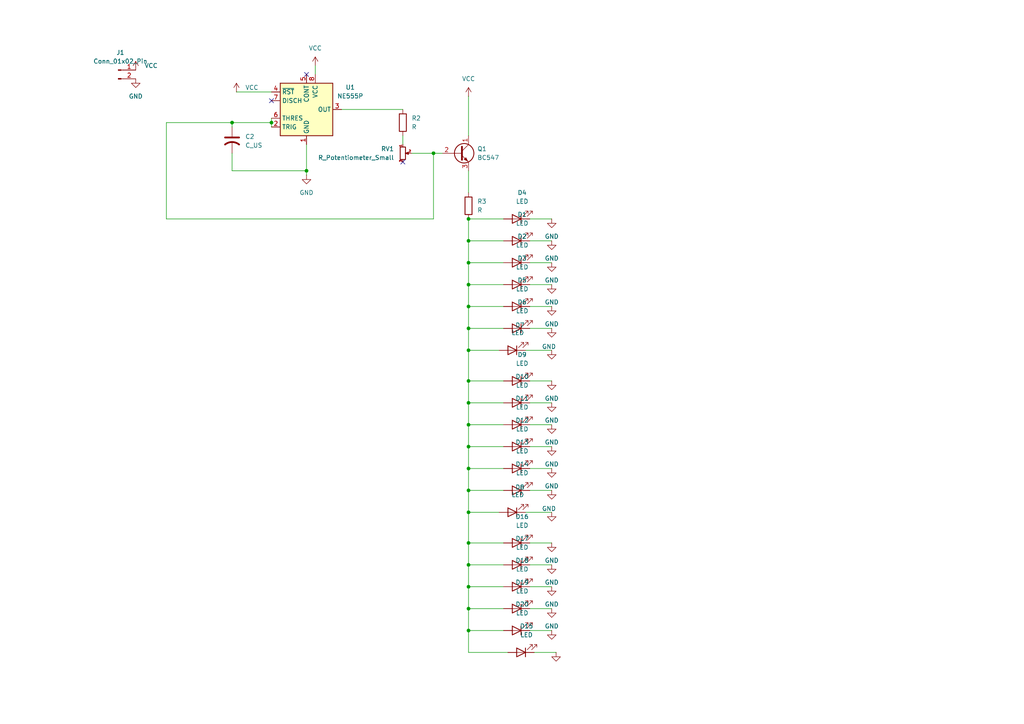
<source format=kicad_sch>
(kicad_sch
	(version 20250114)
	(generator "eeschema")
	(generator_version "9.0")
	(uuid "54e39a30-d9c2-4544-8ee0-d0601574dc27")
	(paper "A4")
	(lib_symbols
		(symbol "Connector:Conn_01x02_Pin"
			(pin_names
				(offset 1.016)
				(hide yes)
			)
			(exclude_from_sim no)
			(in_bom yes)
			(on_board yes)
			(property "Reference" "J"
				(at 0 2.54 0)
				(effects
					(font
						(size 1.27 1.27)
					)
				)
			)
			(property "Value" "Conn_01x02_Pin"
				(at 0 -5.08 0)
				(effects
					(font
						(size 1.27 1.27)
					)
				)
			)
			(property "Footprint" ""
				(at 0 0 0)
				(effects
					(font
						(size 1.27 1.27)
					)
					(hide yes)
				)
			)
			(property "Datasheet" "~"
				(at 0 0 0)
				(effects
					(font
						(size 1.27 1.27)
					)
					(hide yes)
				)
			)
			(property "Description" "Generic connector, single row, 01x02, script generated"
				(at 0 0 0)
				(effects
					(font
						(size 1.27 1.27)
					)
					(hide yes)
				)
			)
			(property "ki_locked" ""
				(at 0 0 0)
				(effects
					(font
						(size 1.27 1.27)
					)
				)
			)
			(property "ki_keywords" "connector"
				(at 0 0 0)
				(effects
					(font
						(size 1.27 1.27)
					)
					(hide yes)
				)
			)
			(property "ki_fp_filters" "Connector*:*_1x??_*"
				(at 0 0 0)
				(effects
					(font
						(size 1.27 1.27)
					)
					(hide yes)
				)
			)
			(symbol "Conn_01x02_Pin_1_1"
				(rectangle
					(start 0.8636 0.127)
					(end 0 -0.127)
					(stroke
						(width 0.1524)
						(type default)
					)
					(fill
						(type outline)
					)
				)
				(rectangle
					(start 0.8636 -2.413)
					(end 0 -2.667)
					(stroke
						(width 0.1524)
						(type default)
					)
					(fill
						(type outline)
					)
				)
				(polyline
					(pts
						(xy 1.27 0) (xy 0.8636 0)
					)
					(stroke
						(width 0.1524)
						(type default)
					)
					(fill
						(type none)
					)
				)
				(polyline
					(pts
						(xy 1.27 -2.54) (xy 0.8636 -2.54)
					)
					(stroke
						(width 0.1524)
						(type default)
					)
					(fill
						(type none)
					)
				)
				(pin passive line
					(at 5.08 0 180)
					(length 3.81)
					(name "Pin_1"
						(effects
							(font
								(size 1.27 1.27)
							)
						)
					)
					(number "1"
						(effects
							(font
								(size 1.27 1.27)
							)
						)
					)
				)
				(pin passive line
					(at 5.08 -2.54 180)
					(length 3.81)
					(name "Pin_2"
						(effects
							(font
								(size 1.27 1.27)
							)
						)
					)
					(number "2"
						(effects
							(font
								(size 1.27 1.27)
							)
						)
					)
				)
			)
			(embedded_fonts no)
		)
		(symbol "Device:C_US"
			(pin_numbers
				(hide yes)
			)
			(pin_names
				(offset 0.254)
				(hide yes)
			)
			(exclude_from_sim no)
			(in_bom yes)
			(on_board yes)
			(property "Reference" "C"
				(at 0.635 2.54 0)
				(effects
					(font
						(size 1.27 1.27)
					)
					(justify left)
				)
			)
			(property "Value" "C_US"
				(at 0.635 -2.54 0)
				(effects
					(font
						(size 1.27 1.27)
					)
					(justify left)
				)
			)
			(property "Footprint" ""
				(at 0 0 0)
				(effects
					(font
						(size 1.27 1.27)
					)
					(hide yes)
				)
			)
			(property "Datasheet" ""
				(at 0 0 0)
				(effects
					(font
						(size 1.27 1.27)
					)
					(hide yes)
				)
			)
			(property "Description" "capacitor, US symbol"
				(at 0 0 0)
				(effects
					(font
						(size 1.27 1.27)
					)
					(hide yes)
				)
			)
			(property "ki_keywords" "cap capacitor"
				(at 0 0 0)
				(effects
					(font
						(size 1.27 1.27)
					)
					(hide yes)
				)
			)
			(property "ki_fp_filters" "C_*"
				(at 0 0 0)
				(effects
					(font
						(size 1.27 1.27)
					)
					(hide yes)
				)
			)
			(symbol "C_US_0_1"
				(polyline
					(pts
						(xy -2.032 0.762) (xy 2.032 0.762)
					)
					(stroke
						(width 0.508)
						(type default)
					)
					(fill
						(type none)
					)
				)
				(arc
					(start -2.032 -1.27)
					(mid 0 -0.5572)
					(end 2.032 -1.27)
					(stroke
						(width 0.508)
						(type default)
					)
					(fill
						(type none)
					)
				)
			)
			(symbol "C_US_1_1"
				(pin passive line
					(at 0 3.81 270)
					(length 2.794)
					(name "~"
						(effects
							(font
								(size 1.27 1.27)
							)
						)
					)
					(number "1"
						(effects
							(font
								(size 1.27 1.27)
							)
						)
					)
				)
				(pin passive line
					(at 0 -3.81 90)
					(length 3.302)
					(name "~"
						(effects
							(font
								(size 1.27 1.27)
							)
						)
					)
					(number "2"
						(effects
							(font
								(size 1.27 1.27)
							)
						)
					)
				)
			)
			(embedded_fonts no)
		)
		(symbol "Device:LED"
			(pin_numbers
				(hide yes)
			)
			(pin_names
				(offset 1.016)
				(hide yes)
			)
			(exclude_from_sim no)
			(in_bom yes)
			(on_board yes)
			(property "Reference" "D"
				(at 0 2.54 0)
				(effects
					(font
						(size 1.27 1.27)
					)
				)
			)
			(property "Value" "LED"
				(at 0 -2.54 0)
				(effects
					(font
						(size 1.27 1.27)
					)
				)
			)
			(property "Footprint" ""
				(at 0 0 0)
				(effects
					(font
						(size 1.27 1.27)
					)
					(hide yes)
				)
			)
			(property "Datasheet" "~"
				(at 0 0 0)
				(effects
					(font
						(size 1.27 1.27)
					)
					(hide yes)
				)
			)
			(property "Description" "Light emitting diode"
				(at 0 0 0)
				(effects
					(font
						(size 1.27 1.27)
					)
					(hide yes)
				)
			)
			(property "Sim.Pins" "1=K 2=A"
				(at 0 0 0)
				(effects
					(font
						(size 1.27 1.27)
					)
					(hide yes)
				)
			)
			(property "ki_keywords" "LED diode"
				(at 0 0 0)
				(effects
					(font
						(size 1.27 1.27)
					)
					(hide yes)
				)
			)
			(property "ki_fp_filters" "LED* LED_SMD:* LED_THT:*"
				(at 0 0 0)
				(effects
					(font
						(size 1.27 1.27)
					)
					(hide yes)
				)
			)
			(symbol "LED_0_1"
				(polyline
					(pts
						(xy -3.048 -0.762) (xy -4.572 -2.286) (xy -3.81 -2.286) (xy -4.572 -2.286) (xy -4.572 -1.524)
					)
					(stroke
						(width 0)
						(type default)
					)
					(fill
						(type none)
					)
				)
				(polyline
					(pts
						(xy -1.778 -0.762) (xy -3.302 -2.286) (xy -2.54 -2.286) (xy -3.302 -2.286) (xy -3.302 -1.524)
					)
					(stroke
						(width 0)
						(type default)
					)
					(fill
						(type none)
					)
				)
				(polyline
					(pts
						(xy -1.27 0) (xy 1.27 0)
					)
					(stroke
						(width 0)
						(type default)
					)
					(fill
						(type none)
					)
				)
				(polyline
					(pts
						(xy -1.27 -1.27) (xy -1.27 1.27)
					)
					(stroke
						(width 0.254)
						(type default)
					)
					(fill
						(type none)
					)
				)
				(polyline
					(pts
						(xy 1.27 -1.27) (xy 1.27 1.27) (xy -1.27 0) (xy 1.27 -1.27)
					)
					(stroke
						(width 0.254)
						(type default)
					)
					(fill
						(type none)
					)
				)
			)
			(symbol "LED_1_1"
				(pin passive line
					(at -3.81 0 0)
					(length 2.54)
					(name "K"
						(effects
							(font
								(size 1.27 1.27)
							)
						)
					)
					(number "1"
						(effects
							(font
								(size 1.27 1.27)
							)
						)
					)
				)
				(pin passive line
					(at 3.81 0 180)
					(length 2.54)
					(name "A"
						(effects
							(font
								(size 1.27 1.27)
							)
						)
					)
					(number "2"
						(effects
							(font
								(size 1.27 1.27)
							)
						)
					)
				)
			)
			(embedded_fonts no)
		)
		(symbol "Device:R"
			(pin_numbers
				(hide yes)
			)
			(pin_names
				(offset 0)
			)
			(exclude_from_sim no)
			(in_bom yes)
			(on_board yes)
			(property "Reference" "R"
				(at 2.032 0 90)
				(effects
					(font
						(size 1.27 1.27)
					)
				)
			)
			(property "Value" "R"
				(at 0 0 90)
				(effects
					(font
						(size 1.27 1.27)
					)
				)
			)
			(property "Footprint" ""
				(at -1.778 0 90)
				(effects
					(font
						(size 1.27 1.27)
					)
					(hide yes)
				)
			)
			(property "Datasheet" "~"
				(at 0 0 0)
				(effects
					(font
						(size 1.27 1.27)
					)
					(hide yes)
				)
			)
			(property "Description" "Resistor"
				(at 0 0 0)
				(effects
					(font
						(size 1.27 1.27)
					)
					(hide yes)
				)
			)
			(property "ki_keywords" "R res resistor"
				(at 0 0 0)
				(effects
					(font
						(size 1.27 1.27)
					)
					(hide yes)
				)
			)
			(property "ki_fp_filters" "R_*"
				(at 0 0 0)
				(effects
					(font
						(size 1.27 1.27)
					)
					(hide yes)
				)
			)
			(symbol "R_0_1"
				(rectangle
					(start -1.016 -2.54)
					(end 1.016 2.54)
					(stroke
						(width 0.254)
						(type default)
					)
					(fill
						(type none)
					)
				)
			)
			(symbol "R_1_1"
				(pin passive line
					(at 0 3.81 270)
					(length 1.27)
					(name "~"
						(effects
							(font
								(size 1.27 1.27)
							)
						)
					)
					(number "1"
						(effects
							(font
								(size 1.27 1.27)
							)
						)
					)
				)
				(pin passive line
					(at 0 -3.81 90)
					(length 1.27)
					(name "~"
						(effects
							(font
								(size 1.27 1.27)
							)
						)
					)
					(number "2"
						(effects
							(font
								(size 1.27 1.27)
							)
						)
					)
				)
			)
			(embedded_fonts no)
		)
		(symbol "Device:R_Potentiometer_Small"
			(pin_names
				(offset 1.016)
				(hide yes)
			)
			(exclude_from_sim no)
			(in_bom yes)
			(on_board yes)
			(property "Reference" "RV"
				(at -4.445 0 90)
				(effects
					(font
						(size 1.27 1.27)
					)
				)
			)
			(property "Value" "R_Potentiometer_Small"
				(at -2.54 0 90)
				(effects
					(font
						(size 1.27 1.27)
					)
				)
			)
			(property "Footprint" ""
				(at 0 0 0)
				(effects
					(font
						(size 1.27 1.27)
					)
					(hide yes)
				)
			)
			(property "Datasheet" "~"
				(at 0 0 0)
				(effects
					(font
						(size 1.27 1.27)
					)
					(hide yes)
				)
			)
			(property "Description" "Potentiometer"
				(at 0 0 0)
				(effects
					(font
						(size 1.27 1.27)
					)
					(hide yes)
				)
			)
			(property "ki_keywords" "resistor variable"
				(at 0 0 0)
				(effects
					(font
						(size 1.27 1.27)
					)
					(hide yes)
				)
			)
			(property "ki_fp_filters" "Potentiometer*"
				(at 0 0 0)
				(effects
					(font
						(size 1.27 1.27)
					)
					(hide yes)
				)
			)
			(symbol "R_Potentiometer_Small_0_1"
				(rectangle
					(start 0.762 1.8034)
					(end -0.762 -1.8034)
					(stroke
						(width 0.254)
						(type default)
					)
					(fill
						(type none)
					)
				)
				(polyline
					(pts
						(xy 0.889 0) (xy 0.635 0) (xy 1.651 0.381) (xy 1.651 -0.381) (xy 0.635 0) (xy 0.889 0)
					)
					(stroke
						(width 0)
						(type default)
					)
					(fill
						(type outline)
					)
				)
			)
			(symbol "R_Potentiometer_Small_1_1"
				(pin passive line
					(at 0 2.54 270)
					(length 0.635)
					(name "1"
						(effects
							(font
								(size 0.635 0.635)
							)
						)
					)
					(number "1"
						(effects
							(font
								(size 0.635 0.635)
							)
						)
					)
				)
				(pin passive line
					(at 0 -2.54 90)
					(length 0.635)
					(name "3"
						(effects
							(font
								(size 0.635 0.635)
							)
						)
					)
					(number "3"
						(effects
							(font
								(size 0.635 0.635)
							)
						)
					)
				)
				(pin passive line
					(at 2.54 0 180)
					(length 0.9906)
					(name "2"
						(effects
							(font
								(size 0.635 0.635)
							)
						)
					)
					(number "2"
						(effects
							(font
								(size 0.635 0.635)
							)
						)
					)
				)
			)
			(embedded_fonts no)
		)
		(symbol "Timer:NE555P"
			(exclude_from_sim no)
			(in_bom yes)
			(on_board yes)
			(property "Reference" "U"
				(at -10.16 8.89 0)
				(effects
					(font
						(size 1.27 1.27)
					)
					(justify left)
				)
			)
			(property "Value" "NE555P"
				(at 2.54 8.89 0)
				(effects
					(font
						(size 1.27 1.27)
					)
					(justify left)
				)
			)
			(property "Footprint" "Package_DIP:DIP-8_W7.62mm"
				(at 0 -24.13 0)
				(effects
					(font
						(size 1.27 1.27)
					)
					(hide yes)
				)
			)
			(property "Datasheet" "http://www.ti.com/lit/ds/symlink/ne555.pdf"
				(at 0 -26.67 0)
				(effects
					(font
						(size 1.27 1.27)
					)
					(hide yes)
				)
			)
			(property "Description" "Precision Timers, 555 compatible, PDIP-8"
				(at 0 -21.59 0)
				(effects
					(font
						(size 1.27 1.27)
					)
					(hide yes)
				)
			)
			(property "ki_keywords" "single timer 555"
				(at 0 0 0)
				(effects
					(font
						(size 1.27 1.27)
					)
					(hide yes)
				)
			)
			(property "ki_fp_filters" "DIP*W7.62mm*"
				(at 0 0 0)
				(effects
					(font
						(size 1.27 1.27)
					)
					(hide yes)
				)
			)
			(symbol "NE555P_0_0"
				(pin power_in line
					(at 0 -10.16 90)
					(length 2.54)
					(name "GND"
						(effects
							(font
								(size 1.27 1.27)
							)
						)
					)
					(number "1"
						(effects
							(font
								(size 1.27 1.27)
							)
						)
					)
				)
				(pin power_in line
					(at 2.54 10.16 270)
					(length 2.54)
					(name "VCC"
						(effects
							(font
								(size 1.27 1.27)
							)
						)
					)
					(number "8"
						(effects
							(font
								(size 1.27 1.27)
							)
						)
					)
				)
			)
			(symbol "NE555P_0_1"
				(rectangle
					(start -7.62 7.62)
					(end 7.62 -7.62)
					(stroke
						(width 0.254)
						(type default)
					)
					(fill
						(type background)
					)
				)
			)
			(symbol "NE555P_1_1"
				(pin input line
					(at -10.16 5.08 0)
					(length 2.54)
					(name "~{RST}"
						(effects
							(font
								(size 1.27 1.27)
							)
						)
					)
					(number "4"
						(effects
							(font
								(size 1.27 1.27)
							)
						)
					)
				)
				(pin input line
					(at -10.16 2.54 0)
					(length 2.54)
					(name "DISCH"
						(effects
							(font
								(size 1.27 1.27)
							)
						)
					)
					(number "7"
						(effects
							(font
								(size 1.27 1.27)
							)
						)
					)
				)
				(pin input line
					(at -10.16 -2.54 0)
					(length 2.54)
					(name "THRES"
						(effects
							(font
								(size 1.27 1.27)
							)
						)
					)
					(number "6"
						(effects
							(font
								(size 1.27 1.27)
							)
						)
					)
				)
				(pin input line
					(at -10.16 -5.08 0)
					(length 2.54)
					(name "TRIG"
						(effects
							(font
								(size 1.27 1.27)
							)
						)
					)
					(number "2"
						(effects
							(font
								(size 1.27 1.27)
							)
						)
					)
				)
				(pin open_collector line
					(at 0 10.16 270)
					(length 2.54)
					(name "CONT"
						(effects
							(font
								(size 1.27 1.27)
							)
						)
					)
					(number "5"
						(effects
							(font
								(size 1.27 1.27)
							)
						)
					)
				)
				(pin output line
					(at 10.16 0 180)
					(length 2.54)
					(name "OUT"
						(effects
							(font
								(size 1.27 1.27)
							)
						)
					)
					(number "3"
						(effects
							(font
								(size 1.27 1.27)
							)
						)
					)
				)
			)
			(embedded_fonts no)
		)
		(symbol "Transistor_BJT:BC547"
			(pin_names
				(offset 0)
				(hide yes)
			)
			(exclude_from_sim no)
			(in_bom yes)
			(on_board yes)
			(property "Reference" "Q"
				(at 5.08 1.905 0)
				(effects
					(font
						(size 1.27 1.27)
					)
					(justify left)
				)
			)
			(property "Value" "BC547"
				(at 5.08 0 0)
				(effects
					(font
						(size 1.27 1.27)
					)
					(justify left)
				)
			)
			(property "Footprint" "Package_TO_SOT_THT:TO-92_Inline"
				(at 5.08 -1.905 0)
				(effects
					(font
						(size 1.27 1.27)
						(italic yes)
					)
					(justify left)
					(hide yes)
				)
			)
			(property "Datasheet" "https://www.onsemi.com/pub/Collateral/BC550-D.pdf"
				(at 0 0 0)
				(effects
					(font
						(size 1.27 1.27)
					)
					(justify left)
					(hide yes)
				)
			)
			(property "Description" "0.1A Ic, 45V Vce, Small Signal NPN Transistor, TO-92"
				(at 0 0 0)
				(effects
					(font
						(size 1.27 1.27)
					)
					(hide yes)
				)
			)
			(property "Sim.Device" "NPN"
				(at 0 0 0)
				(effects
					(font
						(size 1.27 1.27)
					)
					(hide yes)
				)
			)
			(property "Sim.Pins" "1=C 2=B 3=E"
				(at 0 0 0)
				(effects
					(font
						(size 1.27 1.27)
					)
					(hide yes)
				)
			)
			(property "ki_keywords" "NPN Transistor"
				(at 0 0 0)
				(effects
					(font
						(size 1.27 1.27)
					)
					(hide yes)
				)
			)
			(property "ki_fp_filters" "TO?92*"
				(at 0 0 0)
				(effects
					(font
						(size 1.27 1.27)
					)
					(hide yes)
				)
			)
			(symbol "BC547_0_1"
				(polyline
					(pts
						(xy -2.54 0) (xy 0.635 0)
					)
					(stroke
						(width 0)
						(type default)
					)
					(fill
						(type none)
					)
				)
				(polyline
					(pts
						(xy 0.635 1.905) (xy 0.635 -1.905)
					)
					(stroke
						(width 0.508)
						(type default)
					)
					(fill
						(type none)
					)
				)
				(circle
					(center 1.27 0)
					(radius 2.8194)
					(stroke
						(width 0.254)
						(type default)
					)
					(fill
						(type none)
					)
				)
			)
			(symbol "BC547_1_1"
				(polyline
					(pts
						(xy 0.635 0.635) (xy 2.54 2.54)
					)
					(stroke
						(width 0)
						(type default)
					)
					(fill
						(type none)
					)
				)
				(polyline
					(pts
						(xy 0.635 -0.635) (xy 2.54 -2.54)
					)
					(stroke
						(width 0)
						(type default)
					)
					(fill
						(type none)
					)
				)
				(polyline
					(pts
						(xy 1.27 -1.778) (xy 1.778 -1.27) (xy 2.286 -2.286) (xy 1.27 -1.778)
					)
					(stroke
						(width 0)
						(type default)
					)
					(fill
						(type outline)
					)
				)
				(pin input line
					(at -5.08 0 0)
					(length 2.54)
					(name "B"
						(effects
							(font
								(size 1.27 1.27)
							)
						)
					)
					(number "2"
						(effects
							(font
								(size 1.27 1.27)
							)
						)
					)
				)
				(pin passive line
					(at 2.54 5.08 270)
					(length 2.54)
					(name "C"
						(effects
							(font
								(size 1.27 1.27)
							)
						)
					)
					(number "1"
						(effects
							(font
								(size 1.27 1.27)
							)
						)
					)
				)
				(pin passive line
					(at 2.54 -5.08 90)
					(length 2.54)
					(name "E"
						(effects
							(font
								(size 1.27 1.27)
							)
						)
					)
					(number "3"
						(effects
							(font
								(size 1.27 1.27)
							)
						)
					)
				)
			)
			(embedded_fonts no)
		)
		(symbol "power:GND"
			(power)
			(pin_numbers
				(hide yes)
			)
			(pin_names
				(offset 0)
				(hide yes)
			)
			(exclude_from_sim no)
			(in_bom yes)
			(on_board yes)
			(property "Reference" "#PWR"
				(at 0 -6.35 0)
				(effects
					(font
						(size 1.27 1.27)
					)
					(hide yes)
				)
			)
			(property "Value" "GND"
				(at 0 -3.81 0)
				(effects
					(font
						(size 1.27 1.27)
					)
				)
			)
			(property "Footprint" ""
				(at 0 0 0)
				(effects
					(font
						(size 1.27 1.27)
					)
					(hide yes)
				)
			)
			(property "Datasheet" ""
				(at 0 0 0)
				(effects
					(font
						(size 1.27 1.27)
					)
					(hide yes)
				)
			)
			(property "Description" "Power symbol creates a global label with name \"GND\" , ground"
				(at 0 0 0)
				(effects
					(font
						(size 1.27 1.27)
					)
					(hide yes)
				)
			)
			(property "ki_keywords" "global power"
				(at 0 0 0)
				(effects
					(font
						(size 1.27 1.27)
					)
					(hide yes)
				)
			)
			(symbol "GND_0_1"
				(polyline
					(pts
						(xy 0 0) (xy 0 -1.27) (xy 1.27 -1.27) (xy 0 -2.54) (xy -1.27 -1.27) (xy 0 -1.27)
					)
					(stroke
						(width 0)
						(type default)
					)
					(fill
						(type none)
					)
				)
			)
			(symbol "GND_1_1"
				(pin power_in line
					(at 0 0 270)
					(length 0)
					(name "~"
						(effects
							(font
								(size 1.27 1.27)
							)
						)
					)
					(number "1"
						(effects
							(font
								(size 1.27 1.27)
							)
						)
					)
				)
			)
			(embedded_fonts no)
		)
		(symbol "power:VCC"
			(power)
			(pin_numbers
				(hide yes)
			)
			(pin_names
				(offset 0)
				(hide yes)
			)
			(exclude_from_sim no)
			(in_bom yes)
			(on_board yes)
			(property "Reference" "#PWR"
				(at 0 -3.81 0)
				(effects
					(font
						(size 1.27 1.27)
					)
					(hide yes)
				)
			)
			(property "Value" "VCC"
				(at 0 3.556 0)
				(effects
					(font
						(size 1.27 1.27)
					)
				)
			)
			(property "Footprint" ""
				(at 0 0 0)
				(effects
					(font
						(size 1.27 1.27)
					)
					(hide yes)
				)
			)
			(property "Datasheet" ""
				(at 0 0 0)
				(effects
					(font
						(size 1.27 1.27)
					)
					(hide yes)
				)
			)
			(property "Description" "Power symbol creates a global label with name \"VCC\""
				(at 0 0 0)
				(effects
					(font
						(size 1.27 1.27)
					)
					(hide yes)
				)
			)
			(property "ki_keywords" "global power"
				(at 0 0 0)
				(effects
					(font
						(size 1.27 1.27)
					)
					(hide yes)
				)
			)
			(symbol "VCC_0_1"
				(polyline
					(pts
						(xy -0.762 1.27) (xy 0 2.54)
					)
					(stroke
						(width 0)
						(type default)
					)
					(fill
						(type none)
					)
				)
				(polyline
					(pts
						(xy 0 2.54) (xy 0.762 1.27)
					)
					(stroke
						(width 0)
						(type default)
					)
					(fill
						(type none)
					)
				)
				(polyline
					(pts
						(xy 0 0) (xy 0 2.54)
					)
					(stroke
						(width 0)
						(type default)
					)
					(fill
						(type none)
					)
				)
			)
			(symbol "VCC_1_1"
				(pin power_in line
					(at 0 0 90)
					(length 0)
					(name "~"
						(effects
							(font
								(size 1.27 1.27)
							)
						)
					)
					(number "1"
						(effects
							(font
								(size 1.27 1.27)
							)
						)
					)
				)
			)
			(embedded_fonts no)
		)
	)
	(junction
		(at 135.89 182.88)
		(diameter 0)
		(color 0 0 0 0)
		(uuid "00f45cb3-f54f-4036-8874-abb0b0ff005d")
	)
	(junction
		(at 135.89 123.19)
		(diameter 0)
		(color 0 0 0 0)
		(uuid "04ca40ff-4284-404b-8684-83680d35d700")
	)
	(junction
		(at 135.89 170.18)
		(diameter 0)
		(color 0 0 0 0)
		(uuid "2b8fad31-99bb-4416-951e-f9ef8efc52b1")
	)
	(junction
		(at 135.89 76.2)
		(diameter 0)
		(color 0 0 0 0)
		(uuid "3f5b1641-5fbd-4446-a7d6-a4c0665a2f55")
	)
	(junction
		(at 135.89 129.54)
		(diameter 0)
		(color 0 0 0 0)
		(uuid "3f789835-809b-4c08-b311-eee32b344de6")
	)
	(junction
		(at 135.89 63.5)
		(diameter 0)
		(color 0 0 0 0)
		(uuid "3fa7e181-9b21-49cc-98d0-ba1aa2a027d3")
	)
	(junction
		(at 78.74 35.56)
		(diameter 0)
		(color 0 0 0 0)
		(uuid "4094c007-e82d-4c97-88a0-125dd692ab67")
	)
	(junction
		(at 135.89 116.84)
		(diameter 0)
		(color 0 0 0 0)
		(uuid "46cc7c9a-3e18-44ac-bb62-e6d8fba23533")
	)
	(junction
		(at 135.89 135.89)
		(diameter 0)
		(color 0 0 0 0)
		(uuid "5830c09c-ce22-406f-a9d9-9566eea6a567")
	)
	(junction
		(at 125.73 44.45)
		(diameter 0)
		(color 0 0 0 0)
		(uuid "60ee4089-8f38-497b-be50-0733150cf9eb")
	)
	(junction
		(at 135.89 88.9)
		(diameter 0)
		(color 0 0 0 0)
		(uuid "6a36f517-afb4-4005-80d0-884cd33871f6")
	)
	(junction
		(at 88.9 49.53)
		(diameter 0)
		(color 0 0 0 0)
		(uuid "6ca91952-7b42-4360-aa3e-c1122b0efb0b")
	)
	(junction
		(at 135.89 101.6)
		(diameter 0)
		(color 0 0 0 0)
		(uuid "7a6e3bac-2410-4fc4-b33d-d14c65cbc716")
	)
	(junction
		(at 135.89 82.55)
		(diameter 0)
		(color 0 0 0 0)
		(uuid "7c631e22-41f5-4c8d-9d10-ad657367cbec")
	)
	(junction
		(at 135.89 69.85)
		(diameter 0)
		(color 0 0 0 0)
		(uuid "7ceb4497-4f88-4ddb-ba52-d6b8ea2b3907")
	)
	(junction
		(at 135.89 95.25)
		(diameter 0)
		(color 0 0 0 0)
		(uuid "86da5126-ac26-4f34-8c04-2206f590f862")
	)
	(junction
		(at 135.89 148.59)
		(diameter 0)
		(color 0 0 0 0)
		(uuid "881043a0-50fb-4161-bfe1-1ae0ec2f7f86")
	)
	(junction
		(at 135.89 110.49)
		(diameter 0)
		(color 0 0 0 0)
		(uuid "8db3f0e1-e3a0-4923-bf61-4c06be4bb8d8")
	)
	(junction
		(at 135.89 142.24)
		(diameter 0)
		(color 0 0 0 0)
		(uuid "b6e81a83-b4e6-4e90-9510-d6f284aab0ac")
	)
	(junction
		(at 135.89 163.83)
		(diameter 0)
		(color 0 0 0 0)
		(uuid "c633d476-3596-46cf-9abc-deb17ff36ed2")
	)
	(junction
		(at 135.89 176.53)
		(diameter 0)
		(color 0 0 0 0)
		(uuid "d10ead04-2d0b-4fbb-9622-b376c297be1b")
	)
	(junction
		(at 135.89 157.48)
		(diameter 0)
		(color 0 0 0 0)
		(uuid "e50eb62c-11b3-493c-8a11-a57d9791d8c4")
	)
	(junction
		(at 67.31 35.56)
		(diameter 0)
		(color 0 0 0 0)
		(uuid "e76ebddf-9d35-45fb-9399-a71936883853")
	)
	(no_connect
		(at 88.9 21.59)
		(uuid "5ac43a8f-9693-453e-b2ce-d1dbdeb9618e")
	)
	(no_connect
		(at 116.84 46.99)
		(uuid "5d110481-bc17-4dcd-b45a-d839c7d87ed3")
	)
	(no_connect
		(at 78.74 29.21)
		(uuid "d5e1b0c2-e4fe-4874-bcd2-c67ab83d55df")
	)
	(wire
		(pts
			(xy 160.02 176.53) (xy 153.67 176.53)
		)
		(stroke
			(width 0)
			(type default)
		)
		(uuid "0727bcf4-19fb-4aa0-b8cc-6504779033ef")
	)
	(wire
		(pts
			(xy 135.89 82.55) (xy 135.89 88.9)
		)
		(stroke
			(width 0)
			(type default)
		)
		(uuid "0a5461cb-89e3-47ba-9e78-a7fa736e578e")
	)
	(wire
		(pts
			(xy 48.26 35.56) (xy 48.26 63.5)
		)
		(stroke
			(width 0)
			(type default)
		)
		(uuid "0a9f55ba-2978-4576-afbb-47eb28b346c1")
	)
	(wire
		(pts
			(xy 135.89 69.85) (xy 146.05 69.85)
		)
		(stroke
			(width 0)
			(type default)
		)
		(uuid "0f2d3c0d-a5f7-4496-a6db-cba80a5ad2b2")
	)
	(wire
		(pts
			(xy 135.89 63.5) (xy 135.89 69.85)
		)
		(stroke
			(width 0)
			(type default)
		)
		(uuid "10ef6847-ad66-401e-9550-9c6a10fb5575")
	)
	(wire
		(pts
			(xy 135.89 157.48) (xy 135.89 163.83)
		)
		(stroke
			(width 0)
			(type default)
		)
		(uuid "119acbc4-02f2-4e2b-adcf-573644b3fc9a")
	)
	(wire
		(pts
			(xy 135.89 176.53) (xy 135.89 182.88)
		)
		(stroke
			(width 0)
			(type default)
		)
		(uuid "1296994c-6f35-4384-986a-a1b0375c8fff")
	)
	(wire
		(pts
			(xy 135.89 148.59) (xy 135.89 157.48)
		)
		(stroke
			(width 0)
			(type default)
		)
		(uuid "18467c51-f8ea-47c2-9d42-71eb77dd549f")
	)
	(wire
		(pts
			(xy 146.05 110.49) (xy 135.89 110.49)
		)
		(stroke
			(width 0)
			(type default)
		)
		(uuid "18e6fd7a-ccf8-458d-b68e-ceeced294436")
	)
	(wire
		(pts
			(xy 146.05 63.5) (xy 135.89 63.5)
		)
		(stroke
			(width 0)
			(type default)
		)
		(uuid "1debf61c-d5a7-4501-a103-3a96e2331d96")
	)
	(wire
		(pts
			(xy 67.31 36.83) (xy 67.31 35.56)
		)
		(stroke
			(width 0)
			(type default)
		)
		(uuid "1f13fa04-e4f2-4c14-8074-98c5fdb4eceb")
	)
	(wire
		(pts
			(xy 135.89 135.89) (xy 146.05 135.89)
		)
		(stroke
			(width 0)
			(type default)
		)
		(uuid "204a7ab5-f8ea-45b7-a351-cae4b6667df6")
	)
	(wire
		(pts
			(xy 135.89 135.89) (xy 135.89 142.24)
		)
		(stroke
			(width 0)
			(type default)
		)
		(uuid "20ff11ac-8053-4f9f-b99f-c79abd8e6c48")
	)
	(wire
		(pts
			(xy 135.89 129.54) (xy 146.05 129.54)
		)
		(stroke
			(width 0)
			(type default)
		)
		(uuid "225715fb-60f3-4729-a8d7-770114b321d5")
	)
	(wire
		(pts
			(xy 135.89 176.53) (xy 146.05 176.53)
		)
		(stroke
			(width 0)
			(type default)
		)
		(uuid "282fd2c4-70cb-44fe-affd-22f7d1481024")
	)
	(wire
		(pts
			(xy 135.89 123.19) (xy 135.89 129.54)
		)
		(stroke
			(width 0)
			(type default)
		)
		(uuid "298e8aa8-0561-452c-ace2-6aa4bbb15970")
	)
	(wire
		(pts
			(xy 135.89 189.23) (xy 135.89 182.88)
		)
		(stroke
			(width 0)
			(type default)
		)
		(uuid "2b7e0d33-8906-44fb-a51e-25d53c7bbf3d")
	)
	(wire
		(pts
			(xy 160.02 116.84) (xy 153.67 116.84)
		)
		(stroke
			(width 0)
			(type default)
		)
		(uuid "2c38a636-6342-4936-8252-1bba70c59c55")
	)
	(wire
		(pts
			(xy 160.02 123.19) (xy 153.67 123.19)
		)
		(stroke
			(width 0)
			(type default)
		)
		(uuid "345b08c4-c577-4eaf-aace-3a9f6a88960b")
	)
	(wire
		(pts
			(xy 135.89 101.6) (xy 135.89 110.49)
		)
		(stroke
			(width 0)
			(type default)
		)
		(uuid "3cf23c77-b6b9-4154-be75-f387ade3f044")
	)
	(wire
		(pts
			(xy 160.02 82.55) (xy 153.67 82.55)
		)
		(stroke
			(width 0)
			(type default)
		)
		(uuid "3d0c0c0a-667c-474e-9a6c-6d4fa3cf13e8")
	)
	(wire
		(pts
			(xy 135.89 142.24) (xy 135.89 148.59)
		)
		(stroke
			(width 0)
			(type default)
		)
		(uuid "3fa0fce9-2fbb-4b44-bcea-0abcfda28422")
	)
	(wire
		(pts
			(xy 152.4 101.6) (xy 160.02 101.6)
		)
		(stroke
			(width 0)
			(type default)
		)
		(uuid "42335c04-452b-476b-b8df-a38627be1d2a")
	)
	(wire
		(pts
			(xy 152.4 148.59) (xy 160.02 148.59)
		)
		(stroke
			(width 0)
			(type default)
		)
		(uuid "487db7b6-97db-4133-a40b-cb23d440e8c8")
	)
	(wire
		(pts
			(xy 135.89 88.9) (xy 146.05 88.9)
		)
		(stroke
			(width 0)
			(type default)
		)
		(uuid "499d613d-24fe-49c3-a8e5-d4ea76495443")
	)
	(wire
		(pts
			(xy 135.89 189.23) (xy 147.32 189.23)
		)
		(stroke
			(width 0)
			(type default)
		)
		(uuid "4e5936ee-50d7-479c-bc91-343f16a3c028")
	)
	(wire
		(pts
			(xy 161.29 189.23) (xy 154.94 189.23)
		)
		(stroke
			(width 0)
			(type default)
		)
		(uuid "52855d3b-4a4c-4f40-a36e-3a0c89f9cc71")
	)
	(wire
		(pts
			(xy 78.74 35.56) (xy 78.74 36.83)
		)
		(stroke
			(width 0)
			(type default)
		)
		(uuid "5440ae3a-cd3b-4951-887e-e77bfb996093")
	)
	(wire
		(pts
			(xy 67.31 35.56) (xy 48.26 35.56)
		)
		(stroke
			(width 0)
			(type default)
		)
		(uuid "56c1caa1-e32a-443c-8a32-fd04caac1ad8")
	)
	(wire
		(pts
			(xy 135.89 76.2) (xy 135.89 82.55)
		)
		(stroke
			(width 0)
			(type default)
		)
		(uuid "58404fb0-32d3-4a91-b1e2-9cc2c50197c3")
	)
	(wire
		(pts
			(xy 160.02 129.54) (xy 153.67 129.54)
		)
		(stroke
			(width 0)
			(type default)
		)
		(uuid "5bbb75bc-fcdf-4ddb-b828-9d719fb1cc27")
	)
	(wire
		(pts
			(xy 160.02 182.88) (xy 153.67 182.88)
		)
		(stroke
			(width 0)
			(type default)
		)
		(uuid "5d9c0805-db28-4d0c-9804-756e4c045cdb")
	)
	(wire
		(pts
			(xy 135.89 170.18) (xy 135.89 176.53)
		)
		(stroke
			(width 0)
			(type default)
		)
		(uuid "6445ab35-e0f5-44b4-970f-fe7268346eab")
	)
	(wire
		(pts
			(xy 135.89 27.94) (xy 135.89 39.37)
		)
		(stroke
			(width 0)
			(type default)
		)
		(uuid "6abd9a6a-6f9c-4976-a8b6-163f56225a87")
	)
	(wire
		(pts
			(xy 160.02 63.5) (xy 153.67 63.5)
		)
		(stroke
			(width 0)
			(type default)
		)
		(uuid "6d670358-e01d-4ad7-860f-74be9c3c7191")
	)
	(wire
		(pts
			(xy 160.02 95.25) (xy 153.67 95.25)
		)
		(stroke
			(width 0)
			(type default)
		)
		(uuid "6ddfd6e1-48cc-44aa-a26f-0e9a95b62852")
	)
	(wire
		(pts
			(xy 67.31 49.53) (xy 67.31 44.45)
		)
		(stroke
			(width 0)
			(type default)
		)
		(uuid "73dde1e8-b12a-44f2-8574-6984b3c4e80d")
	)
	(wire
		(pts
			(xy 160.02 88.9) (xy 153.67 88.9)
		)
		(stroke
			(width 0)
			(type default)
		)
		(uuid "7435419b-eb44-44fd-878f-344415b54124")
	)
	(wire
		(pts
			(xy 135.89 101.6) (xy 144.78 101.6)
		)
		(stroke
			(width 0)
			(type default)
		)
		(uuid "74a79b9e-0b3d-41d6-887b-817eb6e3cc97")
	)
	(wire
		(pts
			(xy 135.89 123.19) (xy 146.05 123.19)
		)
		(stroke
			(width 0)
			(type default)
		)
		(uuid "82ab7219-a501-432c-b9f5-3d1944397512")
	)
	(wire
		(pts
			(xy 135.89 163.83) (xy 135.89 170.18)
		)
		(stroke
			(width 0)
			(type default)
		)
		(uuid "8548aa85-f69e-4594-9116-2b4912534a6c")
	)
	(wire
		(pts
			(xy 67.31 49.53) (xy 88.9 49.53)
		)
		(stroke
			(width 0)
			(type default)
		)
		(uuid "87b2459e-08b8-49b5-a15f-334f927d23cd")
	)
	(wire
		(pts
			(xy 135.89 95.25) (xy 146.05 95.25)
		)
		(stroke
			(width 0)
			(type default)
		)
		(uuid "899ca35d-5692-41d9-a109-8c40fd03fd0a")
	)
	(wire
		(pts
			(xy 67.31 35.56) (xy 78.74 35.56)
		)
		(stroke
			(width 0)
			(type default)
		)
		(uuid "904a7183-baba-47a7-82ea-cefca350d752")
	)
	(wire
		(pts
			(xy 135.89 110.49) (xy 135.89 116.84)
		)
		(stroke
			(width 0)
			(type default)
		)
		(uuid "9596ef44-698c-4423-8993-6010109ca7a5")
	)
	(wire
		(pts
			(xy 160.02 135.89) (xy 153.67 135.89)
		)
		(stroke
			(width 0)
			(type default)
		)
		(uuid "9af97f6a-70c5-469c-bd53-22a075989874")
	)
	(wire
		(pts
			(xy 116.84 39.37) (xy 116.84 41.91)
		)
		(stroke
			(width 0)
			(type default)
		)
		(uuid "9b351b0e-393b-4209-a91a-831d4a2fd77c")
	)
	(wire
		(pts
			(xy 135.89 88.9) (xy 135.89 95.25)
		)
		(stroke
			(width 0)
			(type default)
		)
		(uuid "9cac7ae5-aeaa-4d14-8f2f-44322bcc830b")
	)
	(wire
		(pts
			(xy 160.02 110.49) (xy 153.67 110.49)
		)
		(stroke
			(width 0)
			(type default)
		)
		(uuid "9d41e026-f0ad-4b06-86a3-5df7dd64c79a")
	)
	(wire
		(pts
			(xy 135.89 95.25) (xy 135.89 101.6)
		)
		(stroke
			(width 0)
			(type default)
		)
		(uuid "a0665f9e-1184-4d67-b132-eeedff4a2135")
	)
	(wire
		(pts
			(xy 135.89 170.18) (xy 146.05 170.18)
		)
		(stroke
			(width 0)
			(type default)
		)
		(uuid "a4bc37c0-ec8e-41d1-9c4e-9479ab6216b1")
	)
	(wire
		(pts
			(xy 88.9 50.8) (xy 88.9 49.53)
		)
		(stroke
			(width 0)
			(type default)
		)
		(uuid "a795cb85-6f56-42e1-b46a-0ef962eb6f03")
	)
	(wire
		(pts
			(xy 48.26 63.5) (xy 125.73 63.5)
		)
		(stroke
			(width 0)
			(type default)
		)
		(uuid "ac8041b2-08a6-4248-9a77-ff857bd3d9bd")
	)
	(wire
		(pts
			(xy 99.06 31.75) (xy 116.84 31.75)
		)
		(stroke
			(width 0)
			(type default)
		)
		(uuid "acea8389-5daa-490b-add2-91d3396cf639")
	)
	(wire
		(pts
			(xy 160.02 142.24) (xy 153.67 142.24)
		)
		(stroke
			(width 0)
			(type default)
		)
		(uuid "b21334d1-cdfa-4962-ab52-67047823d5eb")
	)
	(wire
		(pts
			(xy 135.89 76.2) (xy 146.05 76.2)
		)
		(stroke
			(width 0)
			(type default)
		)
		(uuid "b478e393-cf84-42f5-ab03-7c73e2202d59")
	)
	(wire
		(pts
			(xy 135.89 116.84) (xy 135.89 123.19)
		)
		(stroke
			(width 0)
			(type default)
		)
		(uuid "b7d704cb-7940-4ce6-bd8a-c3044a8dff55")
	)
	(wire
		(pts
			(xy 135.89 82.55) (xy 146.05 82.55)
		)
		(stroke
			(width 0)
			(type default)
		)
		(uuid "b8a8c7ab-7ba1-45ae-887a-d84674c61fae")
	)
	(wire
		(pts
			(xy 135.89 55.88) (xy 135.89 49.53)
		)
		(stroke
			(width 0)
			(type default)
		)
		(uuid "b8cc360e-7fc0-46ce-8ebd-2e9a1dcd6075")
	)
	(wire
		(pts
			(xy 135.89 116.84) (xy 146.05 116.84)
		)
		(stroke
			(width 0)
			(type default)
		)
		(uuid "bbaaa494-b394-4e99-9d8b-7d7615e31ad8")
	)
	(wire
		(pts
			(xy 160.02 76.2) (xy 153.67 76.2)
		)
		(stroke
			(width 0)
			(type default)
		)
		(uuid "bcaa8470-110d-41c5-8b7c-77ec85b52aa1")
	)
	(wire
		(pts
			(xy 91.44 19.05) (xy 91.44 21.59)
		)
		(stroke
			(width 0)
			(type default)
		)
		(uuid "bf7df79e-1f11-435e-bb7d-49b1606c36eb")
	)
	(wire
		(pts
			(xy 135.89 148.59) (xy 144.78 148.59)
		)
		(stroke
			(width 0)
			(type default)
		)
		(uuid "c20db853-d728-4236-8f7d-7d9e988ce8bd")
	)
	(wire
		(pts
			(xy 160.02 163.83) (xy 153.67 163.83)
		)
		(stroke
			(width 0)
			(type default)
		)
		(uuid "c3740710-6a53-48b8-8acf-fbed9e4b03b4")
	)
	(wire
		(pts
			(xy 135.89 163.83) (xy 146.05 163.83)
		)
		(stroke
			(width 0)
			(type default)
		)
		(uuid "c3897cdb-ce72-4cfb-a4a5-1cdef73b1580")
	)
	(wire
		(pts
			(xy 119.38 44.45) (xy 125.73 44.45)
		)
		(stroke
			(width 0)
			(type default)
		)
		(uuid "c42def57-2a8d-4bff-83b3-f1a5547f276b")
	)
	(wire
		(pts
			(xy 135.89 182.88) (xy 146.05 182.88)
		)
		(stroke
			(width 0)
			(type default)
		)
		(uuid "c5ff48f4-e171-4723-b7a2-ae76ffd2e3c2")
	)
	(wire
		(pts
			(xy 135.89 69.85) (xy 135.89 76.2)
		)
		(stroke
			(width 0)
			(type default)
		)
		(uuid "cb474bce-35a4-4c6d-8157-19b265d05006")
	)
	(wire
		(pts
			(xy 160.02 69.85) (xy 153.67 69.85)
		)
		(stroke
			(width 0)
			(type default)
		)
		(uuid "cb821834-1b04-4614-bd9e-41b7ee6f0a5c")
	)
	(wire
		(pts
			(xy 125.73 63.5) (xy 125.73 44.45)
		)
		(stroke
			(width 0)
			(type default)
		)
		(uuid "cc073d6e-418e-4df8-aa4c-6aa595891f50")
	)
	(wire
		(pts
			(xy 135.89 129.54) (xy 135.89 135.89)
		)
		(stroke
			(width 0)
			(type default)
		)
		(uuid "daf46967-1dff-49a5-a20f-6d5ba53dfadd")
	)
	(wire
		(pts
			(xy 146.05 157.48) (xy 135.89 157.48)
		)
		(stroke
			(width 0)
			(type default)
		)
		(uuid "de1ba095-285b-44b2-b42d-3e1fb08bd0da")
	)
	(wire
		(pts
			(xy 160.02 170.18) (xy 153.67 170.18)
		)
		(stroke
			(width 0)
			(type default)
		)
		(uuid "e49baa10-7b6b-4057-a966-c38eeafec27a")
	)
	(wire
		(pts
			(xy 160.02 157.48) (xy 153.67 157.48)
		)
		(stroke
			(width 0)
			(type default)
		)
		(uuid "e4f58457-41dc-4759-a5db-89b4546decf0")
	)
	(wire
		(pts
			(xy 135.89 142.24) (xy 146.05 142.24)
		)
		(stroke
			(width 0)
			(type default)
		)
		(uuid "e8f5630b-459b-42eb-8021-646bb851dc28")
	)
	(wire
		(pts
			(xy 78.74 34.29) (xy 78.74 35.56)
		)
		(stroke
			(width 0)
			(type default)
		)
		(uuid "f0f80b06-4629-45ef-bec7-d92c770e2c7f")
	)
	(wire
		(pts
			(xy 88.9 49.53) (xy 88.9 41.91)
		)
		(stroke
			(width 0)
			(type default)
		)
		(uuid "f16776a3-d514-4326-a73f-9141360eaf2f")
	)
	(wire
		(pts
			(xy 68.58 26.67) (xy 78.74 26.67)
		)
		(stroke
			(width 0)
			(type default)
		)
		(uuid "f2a369a6-75f3-434e-9ea2-dc3e1e947045")
	)
	(wire
		(pts
			(xy 125.73 44.45) (xy 128.27 44.45)
		)
		(stroke
			(width 0)
			(type default)
		)
		(uuid "fe2c51a8-d0ce-4ffe-bcad-1d8cb08fb6cb")
	)
	(symbol
		(lib_id "power:GND")
		(at 160.02 123.19 0)
		(unit 1)
		(exclude_from_sim no)
		(in_bom yes)
		(on_board yes)
		(dnp no)
		(fields_autoplaced yes)
		(uuid "01bc39c0-1ba2-4c6d-b520-aa8e4136321a")
		(property "Reference" "#PWR014"
			(at 160.02 129.54 0)
			(effects
				(font
					(size 1.27 1.27)
				)
				(hide yes)
			)
		)
		(property "Value" "GND"
			(at 160.02 128.27 0)
			(effects
				(font
					(size 1.27 1.27)
				)
			)
		)
		(property "Footprint" ""
			(at 160.02 123.19 0)
			(effects
				(font
					(size 1.27 1.27)
				)
				(hide yes)
			)
		)
		(property "Datasheet" ""
			(at 160.02 123.19 0)
			(effects
				(font
					(size 1.27 1.27)
				)
				(hide yes)
			)
		)
		(property "Description" "Power symbol creates a global label with name \"GND\" , ground"
			(at 160.02 123.19 0)
			(effects
				(font
					(size 1.27 1.27)
				)
				(hide yes)
			)
		)
		(pin "1"
			(uuid "a1a4c8c1-a9d7-4e63-90d2-b7116454e7c6")
		)
		(instances
			(project "Day-2"
				(path "/54e39a30-d9c2-4544-8ee0-d0601574dc27"
					(reference "#PWR014")
					(unit 1)
				)
			)
		)
	)
	(symbol
		(lib_id "power:GND")
		(at 160.02 88.9 0)
		(unit 1)
		(exclude_from_sim no)
		(in_bom yes)
		(on_board yes)
		(dnp no)
		(fields_autoplaced yes)
		(uuid "15a8774b-128b-4a1e-9134-9232113786fe")
		(property "Reference" "#PWR09"
			(at 160.02 95.25 0)
			(effects
				(font
					(size 1.27 1.27)
				)
				(hide yes)
			)
		)
		(property "Value" "GND"
			(at 160.02 93.98 0)
			(effects
				(font
					(size 1.27 1.27)
				)
			)
		)
		(property "Footprint" ""
			(at 160.02 88.9 0)
			(effects
				(font
					(size 1.27 1.27)
				)
				(hide yes)
			)
		)
		(property "Datasheet" ""
			(at 160.02 88.9 0)
			(effects
				(font
					(size 1.27 1.27)
				)
				(hide yes)
			)
		)
		(property "Description" "Power symbol creates a global label with name \"GND\" , ground"
			(at 160.02 88.9 0)
			(effects
				(font
					(size 1.27 1.27)
				)
				(hide yes)
			)
		)
		(pin "1"
			(uuid "c41096df-41b0-4501-ab34-89c97179070f")
		)
		(instances
			(project "Day-2"
				(path "/54e39a30-d9c2-4544-8ee0-d0601574dc27"
					(reference "#PWR09")
					(unit 1)
				)
			)
		)
	)
	(symbol
		(lib_id "Device:LED")
		(at 149.86 170.18 180)
		(unit 1)
		(exclude_from_sim no)
		(in_bom yes)
		(on_board yes)
		(dnp no)
		(fields_autoplaced yes)
		(uuid "160d32a1-013d-4ef1-b436-fb9576ac00a7")
		(property "Reference" "D18"
			(at 151.4475 162.56 0)
			(effects
				(font
					(size 1.27 1.27)
				)
			)
		)
		(property "Value" "LED"
			(at 151.4475 165.1 0)
			(effects
				(font
					(size 1.27 1.27)
				)
			)
		)
		(property "Footprint" "LED_THT:LED_D4.0mm"
			(at 149.86 170.18 0)
			(effects
				(font
					(size 1.27 1.27)
				)
				(hide yes)
			)
		)
		(property "Datasheet" "~"
			(at 149.86 170.18 0)
			(effects
				(font
					(size 1.27 1.27)
				)
				(hide yes)
			)
		)
		(property "Description" "Light emitting diode"
			(at 149.86 170.18 0)
			(effects
				(font
					(size 1.27 1.27)
				)
				(hide yes)
			)
		)
		(property "Sim.Pins" "1=K 2=A"
			(at 149.86 170.18 0)
			(effects
				(font
					(size 1.27 1.27)
				)
				(hide yes)
			)
		)
		(pin "1"
			(uuid "587473e5-25bb-41d0-b02d-0a91f9aa1aae")
		)
		(pin "2"
			(uuid "632bba88-8d9c-4654-aac2-bfe2f274f71f")
		)
		(instances
			(project "Day-2"
				(path "/54e39a30-d9c2-4544-8ee0-d0601574dc27"
					(reference "D18")
					(unit 1)
				)
			)
		)
	)
	(symbol
		(lib_id "Device:LED")
		(at 149.86 63.5 180)
		(unit 1)
		(exclude_from_sim no)
		(in_bom yes)
		(on_board yes)
		(dnp no)
		(fields_autoplaced yes)
		(uuid "1c97f645-f38a-4560-ad2b-79220935b584")
		(property "Reference" "D4"
			(at 151.4475 55.88 0)
			(effects
				(font
					(size 1.27 1.27)
				)
			)
		)
		(property "Value" "LED"
			(at 151.4475 58.42 0)
			(effects
				(font
					(size 1.27 1.27)
				)
			)
		)
		(property "Footprint" "LED_THT:LED_D4.0mm"
			(at 149.86 63.5 0)
			(effects
				(font
					(size 1.27 1.27)
				)
				(hide yes)
			)
		)
		(property "Datasheet" "~"
			(at 149.86 63.5 0)
			(effects
				(font
					(size 1.27 1.27)
				)
				(hide yes)
			)
		)
		(property "Description" "Light emitting diode"
			(at 149.86 63.5 0)
			(effects
				(font
					(size 1.27 1.27)
				)
				(hide yes)
			)
		)
		(property "Sim.Pins" "1=K 2=A"
			(at 149.86 63.5 0)
			(effects
				(font
					(size 1.27 1.27)
				)
				(hide yes)
			)
		)
		(pin "1"
			(uuid "912b5a45-681d-4481-ba44-5b0502754219")
		)
		(pin "2"
			(uuid "760075b6-be5d-4df1-9443-2970752cfd67")
		)
		(instances
			(project "Day-2"
				(path "/54e39a30-d9c2-4544-8ee0-d0601574dc27"
					(reference "D4")
					(unit 1)
				)
			)
		)
	)
	(symbol
		(lib_id "power:GND")
		(at 160.02 148.59 0)
		(unit 1)
		(exclude_from_sim no)
		(in_bom yes)
		(on_board yes)
		(dnp no)
		(fields_autoplaced yes)
		(uuid "1cfd2561-3dd5-441a-825e-8505a6e7b706")
		(property "Reference" "#PWR018"
			(at 160.02 154.94 0)
			(effects
				(font
					(size 1.27 1.27)
				)
				(hide yes)
			)
		)
		(property "Value" "GND"
			(at 160.02 153.67 0)
			(effects
				(font
					(size 1.27 1.27)
				)
				(hide yes)
			)
		)
		(property "Footprint" ""
			(at 160.02 148.59 0)
			(effects
				(font
					(size 1.27 1.27)
				)
				(hide yes)
			)
		)
		(property "Datasheet" ""
			(at 160.02 148.59 0)
			(effects
				(font
					(size 1.27 1.27)
				)
				(hide yes)
			)
		)
		(property "Description" "Power symbol creates a global label with name \"GND\" , ground"
			(at 160.02 148.59 0)
			(effects
				(font
					(size 1.27 1.27)
				)
				(hide yes)
			)
		)
		(pin "1"
			(uuid "eee49267-ffda-4b90-979c-78c8c25ff31d")
		)
		(instances
			(project "Day-2"
				(path "/54e39a30-d9c2-4544-8ee0-d0601574dc27"
					(reference "#PWR018")
					(unit 1)
				)
			)
		)
	)
	(symbol
		(lib_id "power:VCC")
		(at 91.44 19.05 0)
		(unit 1)
		(exclude_from_sim no)
		(in_bom yes)
		(on_board yes)
		(dnp no)
		(fields_autoplaced yes)
		(uuid "1d4f05b0-e549-4862-8a4e-4af2e3a4cd46")
		(property "Reference" "#PWR04"
			(at 91.44 22.86 0)
			(effects
				(font
					(size 1.27 1.27)
				)
				(hide yes)
			)
		)
		(property "Value" "VCC"
			(at 91.44 13.97 0)
			(effects
				(font
					(size 1.27 1.27)
				)
			)
		)
		(property "Footprint" ""
			(at 91.44 19.05 0)
			(effects
				(font
					(size 1.27 1.27)
				)
				(hide yes)
			)
		)
		(property "Datasheet" ""
			(at 91.44 19.05 0)
			(effects
				(font
					(size 1.27 1.27)
				)
				(hide yes)
			)
		)
		(property "Description" "Power symbol creates a global label with name \"VCC\""
			(at 91.44 19.05 0)
			(effects
				(font
					(size 1.27 1.27)
				)
				(hide yes)
			)
		)
		(pin "1"
			(uuid "e1dfe1d4-4e22-4c8d-8a12-e19169ca11fd")
		)
		(instances
			(project ""
				(path "/54e39a30-d9c2-4544-8ee0-d0601574dc27"
					(reference "#PWR04")
					(unit 1)
				)
			)
		)
	)
	(symbol
		(lib_id "Timer:NE555P")
		(at 88.9 31.75 0)
		(unit 1)
		(exclude_from_sim no)
		(in_bom yes)
		(on_board yes)
		(dnp no)
		(fields_autoplaced yes)
		(uuid "1ee92601-f52b-44de-8541-dbd4bdf6b94d")
		(property "Reference" "U1"
			(at 101.6 25.3298 0)
			(effects
				(font
					(size 1.27 1.27)
				)
			)
		)
		(property "Value" "NE555P"
			(at 101.6 27.8698 0)
			(effects
				(font
					(size 1.27 1.27)
				)
			)
		)
		(property "Footprint" "Package_DIP:DIP-8_W7.62mm"
			(at 88.9 55.88 0)
			(effects
				(font
					(size 1.27 1.27)
				)
				(hide yes)
			)
		)
		(property "Datasheet" "http://www.ti.com/lit/ds/symlink/ne555.pdf"
			(at 88.9 58.42 0)
			(effects
				(font
					(size 1.27 1.27)
				)
				(hide yes)
			)
		)
		(property "Description" "Precision Timers, 555 compatible, PDIP-8"
			(at 88.9 53.34 0)
			(effects
				(font
					(size 1.27 1.27)
				)
				(hide yes)
			)
		)
		(pin "5"
			(uuid "15d24623-e16c-4bc8-9e1b-55478d735649")
		)
		(pin "3"
			(uuid "e97f893a-f356-498b-bb3d-36c2025c353c")
		)
		(pin "8"
			(uuid "7753318e-f762-4096-9249-b03efb6f5438")
		)
		(pin "4"
			(uuid "0e8ad4cc-be9f-4776-bfa5-5118278177ca")
		)
		(pin "6"
			(uuid "dcd479b5-c7ad-439a-bd7a-5e5aaa582039")
		)
		(pin "1"
			(uuid "465c6d7e-2941-436c-861b-aeadb51e9fce")
		)
		(pin "7"
			(uuid "0ec71d3d-d5a7-48fe-803c-be12fa7017f2")
		)
		(pin "2"
			(uuid "68f78c3a-cc9d-4a0e-8861-1f13405e7709")
		)
		(instances
			(project ""
				(path "/54e39a30-d9c2-4544-8ee0-d0601574dc27"
					(reference "U1")
					(unit 1)
				)
			)
		)
	)
	(symbol
		(lib_id "power:GND")
		(at 160.02 82.55 0)
		(unit 1)
		(exclude_from_sim no)
		(in_bom yes)
		(on_board yes)
		(dnp no)
		(fields_autoplaced yes)
		(uuid "20e73180-880f-4f56-b610-4492b52f7431")
		(property "Reference" "#PWR08"
			(at 160.02 88.9 0)
			(effects
				(font
					(size 1.27 1.27)
				)
				(hide yes)
			)
		)
		(property "Value" "GND"
			(at 160.02 87.63 0)
			(effects
				(font
					(size 1.27 1.27)
				)
			)
		)
		(property "Footprint" ""
			(at 160.02 82.55 0)
			(effects
				(font
					(size 1.27 1.27)
				)
				(hide yes)
			)
		)
		(property "Datasheet" ""
			(at 160.02 82.55 0)
			(effects
				(font
					(size 1.27 1.27)
				)
				(hide yes)
			)
		)
		(property "Description" "Power symbol creates a global label with name \"GND\" , ground"
			(at 160.02 82.55 0)
			(effects
				(font
					(size 1.27 1.27)
				)
				(hide yes)
			)
		)
		(pin "1"
			(uuid "0f7d4851-f3e7-40c7-8e09-68ad14f4a83f")
		)
		(instances
			(project "Day-2"
				(path "/54e39a30-d9c2-4544-8ee0-d0601574dc27"
					(reference "#PWR08")
					(unit 1)
				)
			)
		)
	)
	(symbol
		(lib_id "power:GND")
		(at 160.02 163.83 0)
		(unit 1)
		(exclude_from_sim no)
		(in_bom yes)
		(on_board yes)
		(dnp no)
		(fields_autoplaced yes)
		(uuid "217e2198-69b5-4990-8568-8cb24bfcebea")
		(property "Reference" "#PWR020"
			(at 160.02 170.18 0)
			(effects
				(font
					(size 1.27 1.27)
				)
				(hide yes)
			)
		)
		(property "Value" "GND"
			(at 160.02 168.91 0)
			(effects
				(font
					(size 1.27 1.27)
				)
			)
		)
		(property "Footprint" ""
			(at 160.02 163.83 0)
			(effects
				(font
					(size 1.27 1.27)
				)
				(hide yes)
			)
		)
		(property "Datasheet" ""
			(at 160.02 163.83 0)
			(effects
				(font
					(size 1.27 1.27)
				)
				(hide yes)
			)
		)
		(property "Description" "Power symbol creates a global label with name \"GND\" , ground"
			(at 160.02 163.83 0)
			(effects
				(font
					(size 1.27 1.27)
				)
				(hide yes)
			)
		)
		(pin "1"
			(uuid "c8812ce5-dfc7-4014-971f-01ab40379592")
		)
		(instances
			(project "Day-2"
				(path "/54e39a30-d9c2-4544-8ee0-d0601574dc27"
					(reference "#PWR020")
					(unit 1)
				)
			)
		)
	)
	(symbol
		(lib_id "power:GND")
		(at 160.02 101.6 0)
		(unit 1)
		(exclude_from_sim no)
		(in_bom yes)
		(on_board yes)
		(dnp no)
		(fields_autoplaced yes)
		(uuid "26521936-14de-4082-a42e-85ca61d4895c")
		(property "Reference" "#PWR011"
			(at 160.02 107.95 0)
			(effects
				(font
					(size 1.27 1.27)
				)
				(hide yes)
			)
		)
		(property "Value" "GND"
			(at 160.02 106.68 0)
			(effects
				(font
					(size 1.27 1.27)
				)
				(hide yes)
			)
		)
		(property "Footprint" ""
			(at 160.02 101.6 0)
			(effects
				(font
					(size 1.27 1.27)
				)
				(hide yes)
			)
		)
		(property "Datasheet" ""
			(at 160.02 101.6 0)
			(effects
				(font
					(size 1.27 1.27)
				)
				(hide yes)
			)
		)
		(property "Description" "Power symbol creates a global label with name \"GND\" , ground"
			(at 160.02 101.6 0)
			(effects
				(font
					(size 1.27 1.27)
				)
				(hide yes)
			)
		)
		(pin "1"
			(uuid "287e69c4-cd29-4858-9519-9ba45936869a")
		)
		(instances
			(project "Day-2"
				(path "/54e39a30-d9c2-4544-8ee0-d0601574dc27"
					(reference "#PWR011")
					(unit 1)
				)
			)
		)
	)
	(symbol
		(lib_id "Device:LED")
		(at 149.86 157.48 180)
		(unit 1)
		(exclude_from_sim no)
		(in_bom yes)
		(on_board yes)
		(dnp no)
		(fields_autoplaced yes)
		(uuid "272db3ac-a3c2-4aee-abc1-52409cbf67c1")
		(property "Reference" "D16"
			(at 151.4475 149.86 0)
			(effects
				(font
					(size 1.27 1.27)
				)
			)
		)
		(property "Value" "LED"
			(at 151.4475 152.4 0)
			(effects
				(font
					(size 1.27 1.27)
				)
			)
		)
		(property "Footprint" "LED_THT:LED_D4.0mm"
			(at 149.86 157.48 0)
			(effects
				(font
					(size 1.27 1.27)
				)
				(hide yes)
			)
		)
		(property "Datasheet" "~"
			(at 149.86 157.48 0)
			(effects
				(font
					(size 1.27 1.27)
				)
				(hide yes)
			)
		)
		(property "Description" "Light emitting diode"
			(at 149.86 157.48 0)
			(effects
				(font
					(size 1.27 1.27)
				)
				(hide yes)
			)
		)
		(property "Sim.Pins" "1=K 2=A"
			(at 149.86 157.48 0)
			(effects
				(font
					(size 1.27 1.27)
				)
				(hide yes)
			)
		)
		(pin "1"
			(uuid "6f6a75a1-f30e-4b08-80b6-c9a850d2f302")
		)
		(pin "2"
			(uuid "604c5d30-6a1d-474a-a5ad-b5f55b827dbb")
		)
		(instances
			(project "Day-2"
				(path "/54e39a30-d9c2-4544-8ee0-d0601574dc27"
					(reference "D16")
					(unit 1)
				)
			)
		)
	)
	(symbol
		(lib_id "Device:LED")
		(at 149.86 182.88 180)
		(unit 1)
		(exclude_from_sim no)
		(in_bom yes)
		(on_board yes)
		(dnp no)
		(fields_autoplaced yes)
		(uuid "29b1e2e1-6ec1-444c-9e77-4fd63fc2d142")
		(property "Reference" "D20"
			(at 151.4475 175.26 0)
			(effects
				(font
					(size 1.27 1.27)
				)
			)
		)
		(property "Value" "LED"
			(at 151.4475 177.8 0)
			(effects
				(font
					(size 1.27 1.27)
				)
			)
		)
		(property "Footprint" "LED_THT:LED_D4.0mm"
			(at 149.86 182.88 0)
			(effects
				(font
					(size 1.27 1.27)
				)
				(hide yes)
			)
		)
		(property "Datasheet" "~"
			(at 149.86 182.88 0)
			(effects
				(font
					(size 1.27 1.27)
				)
				(hide yes)
			)
		)
		(property "Description" "Light emitting diode"
			(at 149.86 182.88 0)
			(effects
				(font
					(size 1.27 1.27)
				)
				(hide yes)
			)
		)
		(property "Sim.Pins" "1=K 2=A"
			(at 149.86 182.88 0)
			(effects
				(font
					(size 1.27 1.27)
				)
				(hide yes)
			)
		)
		(pin "1"
			(uuid "e595cb76-0c1d-4715-b212-f129af157c41")
		)
		(pin "2"
			(uuid "a040da16-d50f-4323-9ed3-05c20071c16e")
		)
		(instances
			(project "Day-2"
				(path "/54e39a30-d9c2-4544-8ee0-d0601574dc27"
					(reference "D20")
					(unit 1)
				)
			)
		)
	)
	(symbol
		(lib_id "Device:LED")
		(at 149.86 135.89 180)
		(unit 1)
		(exclude_from_sim no)
		(in_bom yes)
		(on_board yes)
		(dnp no)
		(fields_autoplaced yes)
		(uuid "33999192-cabd-41bb-ae12-99d217bd899d")
		(property "Reference" "D13"
			(at 151.4475 128.27 0)
			(effects
				(font
					(size 1.27 1.27)
				)
			)
		)
		(property "Value" "LED"
			(at 151.4475 130.81 0)
			(effects
				(font
					(size 1.27 1.27)
				)
			)
		)
		(property "Footprint" "LED_THT:LED_D4.0mm"
			(at 149.86 135.89 0)
			(effects
				(font
					(size 1.27 1.27)
				)
				(hide yes)
			)
		)
		(property "Datasheet" "~"
			(at 149.86 135.89 0)
			(effects
				(font
					(size 1.27 1.27)
				)
				(hide yes)
			)
		)
		(property "Description" "Light emitting diode"
			(at 149.86 135.89 0)
			(effects
				(font
					(size 1.27 1.27)
				)
				(hide yes)
			)
		)
		(property "Sim.Pins" "1=K 2=A"
			(at 149.86 135.89 0)
			(effects
				(font
					(size 1.27 1.27)
				)
				(hide yes)
			)
		)
		(pin "1"
			(uuid "148175f8-7a74-4f8a-895a-2dce8fbb5753")
		)
		(pin "2"
			(uuid "adf93850-649d-4f13-a644-91c0c38f3dcb")
		)
		(instances
			(project "Day-2"
				(path "/54e39a30-d9c2-4544-8ee0-d0601574dc27"
					(reference "D13")
					(unit 1)
				)
			)
		)
	)
	(symbol
		(lib_id "Device:LED")
		(at 149.86 116.84 180)
		(unit 1)
		(exclude_from_sim no)
		(in_bom yes)
		(on_board yes)
		(dnp no)
		(fields_autoplaced yes)
		(uuid "355cab8f-181d-4207-82ef-0927345b2781")
		(property "Reference" "D10"
			(at 151.4475 109.22 0)
			(effects
				(font
					(size 1.27 1.27)
				)
			)
		)
		(property "Value" "LED"
			(at 151.4475 111.76 0)
			(effects
				(font
					(size 1.27 1.27)
				)
			)
		)
		(property "Footprint" "LED_THT:LED_D4.0mm"
			(at 149.86 116.84 0)
			(effects
				(font
					(size 1.27 1.27)
				)
				(hide yes)
			)
		)
		(property "Datasheet" "~"
			(at 149.86 116.84 0)
			(effects
				(font
					(size 1.27 1.27)
				)
				(hide yes)
			)
		)
		(property "Description" "Light emitting diode"
			(at 149.86 116.84 0)
			(effects
				(font
					(size 1.27 1.27)
				)
				(hide yes)
			)
		)
		(property "Sim.Pins" "1=K 2=A"
			(at 149.86 116.84 0)
			(effects
				(font
					(size 1.27 1.27)
				)
				(hide yes)
			)
		)
		(pin "1"
			(uuid "257c168d-9ab8-4ce2-981e-756e925a5674")
		)
		(pin "2"
			(uuid "3139dd80-e6d3-4844-8741-58e963f02e49")
		)
		(instances
			(project "Day-2"
				(path "/54e39a30-d9c2-4544-8ee0-d0601574dc27"
					(reference "D10")
					(unit 1)
				)
			)
		)
	)
	(symbol
		(lib_id "power:GND")
		(at 160.02 76.2 0)
		(unit 1)
		(exclude_from_sim no)
		(in_bom yes)
		(on_board yes)
		(dnp no)
		(fields_autoplaced yes)
		(uuid "389a5a46-e4bb-406f-b3ff-222c997b06e0")
		(property "Reference" "#PWR02"
			(at 160.02 82.55 0)
			(effects
				(font
					(size 1.27 1.27)
				)
				(hide yes)
			)
		)
		(property "Value" "GND"
			(at 160.02 81.28 0)
			(effects
				(font
					(size 1.27 1.27)
				)
			)
		)
		(property "Footprint" ""
			(at 160.02 76.2 0)
			(effects
				(font
					(size 1.27 1.27)
				)
				(hide yes)
			)
		)
		(property "Datasheet" ""
			(at 160.02 76.2 0)
			(effects
				(font
					(size 1.27 1.27)
				)
				(hide yes)
			)
		)
		(property "Description" "Power symbol creates a global label with name \"GND\" , ground"
			(at 160.02 76.2 0)
			(effects
				(font
					(size 1.27 1.27)
				)
				(hide yes)
			)
		)
		(pin "1"
			(uuid "e91ac110-8777-4d81-9e9c-6c365f390ee8")
		)
		(instances
			(project "Day-2"
				(path "/54e39a30-d9c2-4544-8ee0-d0601574dc27"
					(reference "#PWR02")
					(unit 1)
				)
			)
		)
	)
	(symbol
		(lib_id "power:GND")
		(at 160.02 69.85 0)
		(unit 1)
		(exclude_from_sim no)
		(in_bom yes)
		(on_board yes)
		(dnp no)
		(fields_autoplaced yes)
		(uuid "3fc6be22-1404-4d6a-8343-50e1ebf3ec22")
		(property "Reference" "#PWR01"
			(at 160.02 76.2 0)
			(effects
				(font
					(size 1.27 1.27)
				)
				(hide yes)
			)
		)
		(property "Value" "GND"
			(at 160.02 74.93 0)
			(effects
				(font
					(size 1.27 1.27)
				)
			)
		)
		(property "Footprint" ""
			(at 160.02 69.85 0)
			(effects
				(font
					(size 1.27 1.27)
				)
				(hide yes)
			)
		)
		(property "Datasheet" ""
			(at 160.02 69.85 0)
			(effects
				(font
					(size 1.27 1.27)
				)
				(hide yes)
			)
		)
		(property "Description" "Power symbol creates a global label with name \"GND\" , ground"
			(at 160.02 69.85 0)
			(effects
				(font
					(size 1.27 1.27)
				)
				(hide yes)
			)
		)
		(pin "1"
			(uuid "7a3d8704-845d-4084-80b9-2505b1f94c3f")
		)
		(instances
			(project "Day-2"
				(path "/54e39a30-d9c2-4544-8ee0-d0601574dc27"
					(reference "#PWR01")
					(unit 1)
				)
			)
		)
	)
	(symbol
		(lib_id "power:GND")
		(at 160.02 170.18 0)
		(unit 1)
		(exclude_from_sim no)
		(in_bom yes)
		(on_board yes)
		(dnp no)
		(fields_autoplaced yes)
		(uuid "445dbdcf-4383-4fb5-9ccf-b78931b49485")
		(property "Reference" "#PWR021"
			(at 160.02 176.53 0)
			(effects
				(font
					(size 1.27 1.27)
				)
				(hide yes)
			)
		)
		(property "Value" "GND"
			(at 160.02 175.26 0)
			(effects
				(font
					(size 1.27 1.27)
				)
			)
		)
		(property "Footprint" ""
			(at 160.02 170.18 0)
			(effects
				(font
					(size 1.27 1.27)
				)
				(hide yes)
			)
		)
		(property "Datasheet" ""
			(at 160.02 170.18 0)
			(effects
				(font
					(size 1.27 1.27)
				)
				(hide yes)
			)
		)
		(property "Description" "Power symbol creates a global label with name \"GND\" , ground"
			(at 160.02 170.18 0)
			(effects
				(font
					(size 1.27 1.27)
				)
				(hide yes)
			)
		)
		(pin "1"
			(uuid "c276bfbf-2351-4276-a62b-d3c8ebe95956")
		)
		(instances
			(project "Day-2"
				(path "/54e39a30-d9c2-4544-8ee0-d0601574dc27"
					(reference "#PWR021")
					(unit 1)
				)
			)
		)
	)
	(symbol
		(lib_id "Device:LED")
		(at 149.86 69.85 180)
		(unit 1)
		(exclude_from_sim no)
		(in_bom yes)
		(on_board yes)
		(dnp no)
		(fields_autoplaced yes)
		(uuid "51118c4b-fa6c-460d-aa73-98c17698ed09")
		(property "Reference" "D1"
			(at 151.4475 62.23 0)
			(effects
				(font
					(size 1.27 1.27)
				)
			)
		)
		(property "Value" "LED"
			(at 151.4475 64.77 0)
			(effects
				(font
					(size 1.27 1.27)
				)
			)
		)
		(property "Footprint" "LED_THT:LED_D4.0mm"
			(at 149.86 69.85 0)
			(effects
				(font
					(size 1.27 1.27)
				)
				(hide yes)
			)
		)
		(property "Datasheet" "~"
			(at 149.86 69.85 0)
			(effects
				(font
					(size 1.27 1.27)
				)
				(hide yes)
			)
		)
		(property "Description" "Light emitting diode"
			(at 149.86 69.85 0)
			(effects
				(font
					(size 1.27 1.27)
				)
				(hide yes)
			)
		)
		(property "Sim.Pins" "1=K 2=A"
			(at 149.86 69.85 0)
			(effects
				(font
					(size 1.27 1.27)
				)
				(hide yes)
			)
		)
		(pin "1"
			(uuid "d080e363-2475-48d4-9fee-4aca83ca9879")
		)
		(pin "2"
			(uuid "d3a9f2de-27b5-43f3-9ac7-780a9ad48340")
		)
		(instances
			(project "Day-2"
				(path "/54e39a30-d9c2-4544-8ee0-d0601574dc27"
					(reference "D1")
					(unit 1)
				)
			)
		)
	)
	(symbol
		(lib_id "power:GND")
		(at 160.02 142.24 0)
		(unit 1)
		(exclude_from_sim no)
		(in_bom yes)
		(on_board yes)
		(dnp no)
		(uuid "5197cd93-5323-4b65-bf87-a3386b38db16")
		(property "Reference" "#PWR017"
			(at 160.02 148.59 0)
			(effects
				(font
					(size 1.27 1.27)
				)
				(hide yes)
			)
		)
		(property "Value" "GND"
			(at 159.2201 147.5235 0)
			(effects
				(font
					(size 1.27 1.27)
				)
			)
		)
		(property "Footprint" ""
			(at 160.02 142.24 0)
			(effects
				(font
					(size 1.27 1.27)
				)
				(hide yes)
			)
		)
		(property "Datasheet" ""
			(at 160.02 142.24 0)
			(effects
				(font
					(size 1.27 1.27)
				)
				(hide yes)
			)
		)
		(property "Description" "Power symbol creates a global label with name \"GND\" , ground"
			(at 160.02 142.24 0)
			(effects
				(font
					(size 1.27 1.27)
				)
				(hide yes)
			)
		)
		(pin "1"
			(uuid "572c73fa-3515-4ccf-8072-b0445a09df2e")
		)
		(instances
			(project "Day-2"
				(path "/54e39a30-d9c2-4544-8ee0-d0601574dc27"
					(reference "#PWR017")
					(unit 1)
				)
			)
		)
	)
	(symbol
		(lib_id "Device:LED")
		(at 149.86 88.9 180)
		(unit 1)
		(exclude_from_sim no)
		(in_bom yes)
		(on_board yes)
		(dnp no)
		(fields_autoplaced yes)
		(uuid "537a2b71-e043-4a03-9a93-caefa903b76a")
		(property "Reference" "D5"
			(at 151.4475 81.28 0)
			(effects
				(font
					(size 1.27 1.27)
				)
			)
		)
		(property "Value" "LED"
			(at 151.4475 83.82 0)
			(effects
				(font
					(size 1.27 1.27)
				)
			)
		)
		(property "Footprint" "LED_THT:LED_D4.0mm"
			(at 149.86 88.9 0)
			(effects
				(font
					(size 1.27 1.27)
				)
				(hide yes)
			)
		)
		(property "Datasheet" "~"
			(at 149.86 88.9 0)
			(effects
				(font
					(size 1.27 1.27)
				)
				(hide yes)
			)
		)
		(property "Description" "Light emitting diode"
			(at 149.86 88.9 0)
			(effects
				(font
					(size 1.27 1.27)
				)
				(hide yes)
			)
		)
		(property "Sim.Pins" "1=K 2=A"
			(at 149.86 88.9 0)
			(effects
				(font
					(size 1.27 1.27)
				)
				(hide yes)
			)
		)
		(pin "1"
			(uuid "e11fac06-eec5-41a7-ad05-106428db97fd")
		)
		(pin "2"
			(uuid "f6dce3e7-387a-4b65-bfdd-5670c5f09c21")
		)
		(instances
			(project "Day-2"
				(path "/54e39a30-d9c2-4544-8ee0-d0601574dc27"
					(reference "D5")
					(unit 1)
				)
			)
		)
	)
	(symbol
		(lib_id "Device:R")
		(at 116.84 35.56 0)
		(unit 1)
		(exclude_from_sim no)
		(in_bom yes)
		(on_board yes)
		(dnp no)
		(fields_autoplaced yes)
		(uuid "5d78a633-6dd7-49f3-be76-5f2d022b2ae1")
		(property "Reference" "R2"
			(at 119.38 34.2899 0)
			(effects
				(font
					(size 1.27 1.27)
				)
				(justify left)
			)
		)
		(property "Value" "R"
			(at 119.38 36.8299 0)
			(effects
				(font
					(size 1.27 1.27)
				)
				(justify left)
			)
		)
		(property "Footprint" "Resistor_THT:R_Axial_DIN0204_L3.6mm_D1.6mm_P7.62mm_Horizontal"
			(at 115.062 35.56 90)
			(effects
				(font
					(size 1.27 1.27)
				)
				(hide yes)
			)
		)
		(property "Datasheet" "~"
			(at 116.84 35.56 0)
			(effects
				(font
					(size 1.27 1.27)
				)
				(hide yes)
			)
		)
		(property "Description" "Resistor"
			(at 116.84 35.56 0)
			(effects
				(font
					(size 1.27 1.27)
				)
				(hide yes)
			)
		)
		(pin "1"
			(uuid "bb49f777-fe94-486b-9ae6-0d23b1159147")
		)
		(pin "2"
			(uuid "d379b906-5142-49cd-8df9-86034b5db01d")
		)
		(instances
			(project ""
				(path "/54e39a30-d9c2-4544-8ee0-d0601574dc27"
					(reference "R2")
					(unit 1)
				)
			)
		)
	)
	(symbol
		(lib_id "power:VCC")
		(at 135.89 27.94 0)
		(unit 1)
		(exclude_from_sim no)
		(in_bom yes)
		(on_board yes)
		(dnp no)
		(fields_autoplaced yes)
		(uuid "6aaa7ecd-10a8-4b9b-9089-66693e576941")
		(property "Reference" "#PWR06"
			(at 135.89 31.75 0)
			(effects
				(font
					(size 1.27 1.27)
				)
				(hide yes)
			)
		)
		(property "Value" "VCC"
			(at 135.89 22.86 0)
			(effects
				(font
					(size 1.27 1.27)
				)
			)
		)
		(property "Footprint" ""
			(at 135.89 27.94 0)
			(effects
				(font
					(size 1.27 1.27)
				)
				(hide yes)
			)
		)
		(property "Datasheet" ""
			(at 135.89 27.94 0)
			(effects
				(font
					(size 1.27 1.27)
				)
				(hide yes)
			)
		)
		(property "Description" "Power symbol creates a global label with name \"VCC\""
			(at 135.89 27.94 0)
			(effects
				(font
					(size 1.27 1.27)
				)
				(hide yes)
			)
		)
		(pin "1"
			(uuid "b9e8a612-e761-4615-87a7-5bca9f24c360")
		)
		(instances
			(project "Day-2"
				(path "/54e39a30-d9c2-4544-8ee0-d0601574dc27"
					(reference "#PWR06")
					(unit 1)
				)
			)
		)
	)
	(symbol
		(lib_id "power:GND")
		(at 160.02 176.53 0)
		(unit 1)
		(exclude_from_sim no)
		(in_bom yes)
		(on_board yes)
		(dnp no)
		(fields_autoplaced yes)
		(uuid "702eba6f-05ec-425b-bcfd-bb256c54a170")
		(property "Reference" "#PWR022"
			(at 160.02 182.88 0)
			(effects
				(font
					(size 1.27 1.27)
				)
				(hide yes)
			)
		)
		(property "Value" "GND"
			(at 160.02 181.61 0)
			(effects
				(font
					(size 1.27 1.27)
				)
			)
		)
		(property "Footprint" ""
			(at 160.02 176.53 0)
			(effects
				(font
					(size 1.27 1.27)
				)
				(hide yes)
			)
		)
		(property "Datasheet" ""
			(at 160.02 176.53 0)
			(effects
				(font
					(size 1.27 1.27)
				)
				(hide yes)
			)
		)
		(property "Description" "Power symbol creates a global label with name \"GND\" , ground"
			(at 160.02 176.53 0)
			(effects
				(font
					(size 1.27 1.27)
				)
				(hide yes)
			)
		)
		(pin "1"
			(uuid "61cfd529-9432-4f74-80c9-c6991a78de72")
		)
		(instances
			(project "Day-2"
				(path "/54e39a30-d9c2-4544-8ee0-d0601574dc27"
					(reference "#PWR022")
					(unit 1)
				)
			)
		)
	)
	(symbol
		(lib_id "power:GND")
		(at 161.29 189.23 0)
		(unit 1)
		(exclude_from_sim no)
		(in_bom yes)
		(on_board yes)
		(dnp no)
		(fields_autoplaced yes)
		(uuid "714c40fe-e353-465c-abee-0ff256fe3ede")
		(property "Reference" "#PWR026"
			(at 161.29 195.58 0)
			(effects
				(font
					(size 1.27 1.27)
				)
				(hide yes)
			)
		)
		(property "Value" "GND"
			(at 161.29 194.31 0)
			(effects
				(font
					(size 1.27 1.27)
				)
				(hide yes)
			)
		)
		(property "Footprint" ""
			(at 161.29 189.23 0)
			(effects
				(font
					(size 1.27 1.27)
				)
				(hide yes)
			)
		)
		(property "Datasheet" ""
			(at 161.29 189.23 0)
			(effects
				(font
					(size 1.27 1.27)
				)
				(hide yes)
			)
		)
		(property "Description" "Power symbol creates a global label with name \"GND\" , ground"
			(at 161.29 189.23 0)
			(effects
				(font
					(size 1.27 1.27)
				)
				(hide yes)
			)
		)
		(pin "1"
			(uuid "13f0fe4c-1b63-40b1-963f-0929a5cd88c9")
		)
		(instances
			(project "Day-2"
				(path "/54e39a30-d9c2-4544-8ee0-d0601574dc27"
					(reference "#PWR026")
					(unit 1)
				)
			)
		)
	)
	(symbol
		(lib_id "power:GND")
		(at 160.02 95.25 0)
		(unit 1)
		(exclude_from_sim no)
		(in_bom yes)
		(on_board yes)
		(dnp no)
		(uuid "74d4b9e9-0c66-41f0-9d43-23647ee63c11")
		(property "Reference" "#PWR010"
			(at 160.02 101.6 0)
			(effects
				(font
					(size 1.27 1.27)
				)
				(hide yes)
			)
		)
		(property "Value" "GND"
			(at 159.2201 100.5335 0)
			(effects
				(font
					(size 1.27 1.27)
				)
			)
		)
		(property "Footprint" ""
			(at 160.02 95.25 0)
			(effects
				(font
					(size 1.27 1.27)
				)
				(hide yes)
			)
		)
		(property "Datasheet" ""
			(at 160.02 95.25 0)
			(effects
				(font
					(size 1.27 1.27)
				)
				(hide yes)
			)
		)
		(property "Description" "Power symbol creates a global label with name \"GND\" , ground"
			(at 160.02 95.25 0)
			(effects
				(font
					(size 1.27 1.27)
				)
				(hide yes)
			)
		)
		(pin "1"
			(uuid "6cff3c31-d61b-4cb2-8f98-4240c46bd06a")
		)
		(instances
			(project "Day-2"
				(path "/54e39a30-d9c2-4544-8ee0-d0601574dc27"
					(reference "#PWR010")
					(unit 1)
				)
			)
		)
	)
	(symbol
		(lib_id "Device:LED")
		(at 149.86 176.53 180)
		(unit 1)
		(exclude_from_sim no)
		(in_bom yes)
		(on_board yes)
		(dnp no)
		(fields_autoplaced yes)
		(uuid "759d4754-ae0d-4c34-882b-4a9c87257ebc")
		(property "Reference" "D19"
			(at 151.4475 168.91 0)
			(effects
				(font
					(size 1.27 1.27)
				)
			)
		)
		(property "Value" "LED"
			(at 151.4475 171.45 0)
			(effects
				(font
					(size 1.27 1.27)
				)
			)
		)
		(property "Footprint" "LED_THT:LED_D4.0mm"
			(at 149.86 176.53 0)
			(effects
				(font
					(size 1.27 1.27)
				)
				(hide yes)
			)
		)
		(property "Datasheet" "~"
			(at 149.86 176.53 0)
			(effects
				(font
					(size 1.27 1.27)
				)
				(hide yes)
			)
		)
		(property "Description" "Light emitting diode"
			(at 149.86 176.53 0)
			(effects
				(font
					(size 1.27 1.27)
				)
				(hide yes)
			)
		)
		(property "Sim.Pins" "1=K 2=A"
			(at 149.86 176.53 0)
			(effects
				(font
					(size 1.27 1.27)
				)
				(hide yes)
			)
		)
		(pin "1"
			(uuid "0ee5ab61-0806-4ddc-9ef6-9d5cdf2fe538")
		)
		(pin "2"
			(uuid "895ef4ce-9a92-425e-942b-2d866c615ad3")
		)
		(instances
			(project "Day-2"
				(path "/54e39a30-d9c2-4544-8ee0-d0601574dc27"
					(reference "D19")
					(unit 1)
				)
			)
		)
	)
	(symbol
		(lib_id "Device:C_US")
		(at 67.31 40.64 0)
		(unit 1)
		(exclude_from_sim no)
		(in_bom yes)
		(on_board yes)
		(dnp no)
		(fields_autoplaced yes)
		(uuid "786b001c-f32a-479a-a530-804fea60c42f")
		(property "Reference" "C2"
			(at 71.12 39.6239 0)
			(effects
				(font
					(size 1.27 1.27)
				)
				(justify left)
			)
		)
		(property "Value" "C_US"
			(at 71.12 42.1639 0)
			(effects
				(font
					(size 1.27 1.27)
				)
				(justify left)
			)
		)
		(property "Footprint" "Capacitor_THT:C_Radial_D6.3mm_H5.0mm_P2.50mm"
			(at 67.31 40.64 0)
			(effects
				(font
					(size 1.27 1.27)
				)
				(hide yes)
			)
		)
		(property "Datasheet" ""
			(at 67.31 40.64 0)
			(effects
				(font
					(size 1.27 1.27)
				)
				(hide yes)
			)
		)
		(property "Description" "capacitor, US symbol"
			(at 67.31 40.64 0)
			(effects
				(font
					(size 1.27 1.27)
				)
				(hide yes)
			)
		)
		(pin "1"
			(uuid "24dbf6e4-e9df-4201-8e86-5bc2f2e4e241")
		)
		(pin "2"
			(uuid "0d4c1e90-965f-4659-82cf-aaea36ff8a97")
		)
		(instances
			(project ""
				(path "/54e39a30-d9c2-4544-8ee0-d0601574dc27"
					(reference "C2")
					(unit 1)
				)
			)
		)
	)
	(symbol
		(lib_id "Device:LED")
		(at 151.13 189.23 180)
		(unit 1)
		(exclude_from_sim no)
		(in_bom yes)
		(on_board yes)
		(dnp no)
		(fields_autoplaced yes)
		(uuid "7b900206-0b16-4867-8a59-59a05d3dcf26")
		(property "Reference" "D15"
			(at 152.7175 181.61 0)
			(effects
				(font
					(size 1.27 1.27)
				)
			)
		)
		(property "Value" "LED"
			(at 152.7175 184.15 0)
			(effects
				(font
					(size 1.27 1.27)
				)
			)
		)
		(property "Footprint" "LED_THT:LED_D4.0mm"
			(at 151.13 189.23 0)
			(effects
				(font
					(size 1.27 1.27)
				)
				(hide yes)
			)
		)
		(property "Datasheet" "~"
			(at 151.13 189.23 0)
			(effects
				(font
					(size 1.27 1.27)
				)
				(hide yes)
			)
		)
		(property "Description" "Light emitting diode"
			(at 151.13 189.23 0)
			(effects
				(font
					(size 1.27 1.27)
				)
				(hide yes)
			)
		)
		(property "Sim.Pins" "1=K 2=A"
			(at 151.13 189.23 0)
			(effects
				(font
					(size 1.27 1.27)
				)
				(hide yes)
			)
		)
		(pin "1"
			(uuid "d3229813-c72c-4c1b-aa0e-2f8ff0606d25")
		)
		(pin "2"
			(uuid "14113fdf-2eb3-46b6-92ca-28a1c7fa4047")
		)
		(instances
			(project "Day-2"
				(path "/54e39a30-d9c2-4544-8ee0-d0601574dc27"
					(reference "D15")
					(unit 1)
				)
			)
		)
	)
	(symbol
		(lib_id "Device:LED")
		(at 149.86 163.83 180)
		(unit 1)
		(exclude_from_sim no)
		(in_bom yes)
		(on_board yes)
		(dnp no)
		(fields_autoplaced yes)
		(uuid "84e5eba0-58b5-499e-a9bf-3c81d2c314a9")
		(property "Reference" "D17"
			(at 151.4475 156.21 0)
			(effects
				(font
					(size 1.27 1.27)
				)
			)
		)
		(property "Value" "LED"
			(at 151.4475 158.75 0)
			(effects
				(font
					(size 1.27 1.27)
				)
			)
		)
		(property "Footprint" "LED_THT:LED_D4.0mm"
			(at 149.86 163.83 0)
			(effects
				(font
					(size 1.27 1.27)
				)
				(hide yes)
			)
		)
		(property "Datasheet" "~"
			(at 149.86 163.83 0)
			(effects
				(font
					(size 1.27 1.27)
				)
				(hide yes)
			)
		)
		(property "Description" "Light emitting diode"
			(at 149.86 163.83 0)
			(effects
				(font
					(size 1.27 1.27)
				)
				(hide yes)
			)
		)
		(property "Sim.Pins" "1=K 2=A"
			(at 149.86 163.83 0)
			(effects
				(font
					(size 1.27 1.27)
				)
				(hide yes)
			)
		)
		(pin "1"
			(uuid "67b89d7d-c0c4-4af1-a071-e0b777e419dd")
		)
		(pin "2"
			(uuid "87648e93-b66f-41c8-bcdd-0c919c8610ef")
		)
		(instances
			(project "Day-2"
				(path "/54e39a30-d9c2-4544-8ee0-d0601574dc27"
					(reference "D17")
					(unit 1)
				)
			)
		)
	)
	(symbol
		(lib_id "power:GND")
		(at 160.02 157.48 0)
		(unit 1)
		(exclude_from_sim no)
		(in_bom yes)
		(on_board yes)
		(dnp no)
		(fields_autoplaced yes)
		(uuid "89ada8df-d69f-43ac-8013-f7a8c02372b8")
		(property "Reference" "#PWR019"
			(at 160.02 163.83 0)
			(effects
				(font
					(size 1.27 1.27)
				)
				(hide yes)
			)
		)
		(property "Value" "GND"
			(at 160.02 162.56 0)
			(effects
				(font
					(size 1.27 1.27)
				)
			)
		)
		(property "Footprint" ""
			(at 160.02 157.48 0)
			(effects
				(font
					(size 1.27 1.27)
				)
				(hide yes)
			)
		)
		(property "Datasheet" ""
			(at 160.02 157.48 0)
			(effects
				(font
					(size 1.27 1.27)
				)
				(hide yes)
			)
		)
		(property "Description" "Power symbol creates a global label with name \"GND\" , ground"
			(at 160.02 157.48 0)
			(effects
				(font
					(size 1.27 1.27)
				)
				(hide yes)
			)
		)
		(pin "1"
			(uuid "53401403-1e3e-432b-bda6-3e27dfabe924")
		)
		(instances
			(project "Day-2"
				(path "/54e39a30-d9c2-4544-8ee0-d0601574dc27"
					(reference "#PWR019")
					(unit 1)
				)
			)
		)
	)
	(symbol
		(lib_id "power:VCC")
		(at 68.58 26.67 0)
		(unit 1)
		(exclude_from_sim no)
		(in_bom yes)
		(on_board yes)
		(dnp no)
		(fields_autoplaced yes)
		(uuid "89d96eb7-b89a-42b6-9170-56346c44c303")
		(property "Reference" "#PWR05"
			(at 68.58 30.48 0)
			(effects
				(font
					(size 1.27 1.27)
				)
				(hide yes)
			)
		)
		(property "Value" "VCC"
			(at 71.12 25.3999 0)
			(effects
				(font
					(size 1.27 1.27)
				)
				(justify left)
			)
		)
		(property "Footprint" ""
			(at 68.58 26.67 0)
			(effects
				(font
					(size 1.27 1.27)
				)
				(hide yes)
			)
		)
		(property "Datasheet" ""
			(at 68.58 26.67 0)
			(effects
				(font
					(size 1.27 1.27)
				)
				(hide yes)
			)
		)
		(property "Description" "Power symbol creates a global label with name \"VCC\""
			(at 68.58 26.67 0)
			(effects
				(font
					(size 1.27 1.27)
				)
				(hide yes)
			)
		)
		(pin "1"
			(uuid "6e8a451f-997e-4930-8d8e-dd914053632e")
		)
		(instances
			(project "Day-2"
				(path "/54e39a30-d9c2-4544-8ee0-d0601574dc27"
					(reference "#PWR05")
					(unit 1)
				)
			)
		)
	)
	(symbol
		(lib_id "Device:LED")
		(at 149.86 142.24 180)
		(unit 1)
		(exclude_from_sim no)
		(in_bom yes)
		(on_board yes)
		(dnp no)
		(fields_autoplaced yes)
		(uuid "9318a8d7-55ee-407f-94b7-79e7d64a8f12")
		(property "Reference" "D14"
			(at 151.4475 134.62 0)
			(effects
				(font
					(size 1.27 1.27)
				)
			)
		)
		(property "Value" "LED"
			(at 151.4475 137.16 0)
			(effects
				(font
					(size 1.27 1.27)
				)
			)
		)
		(property "Footprint" "LED_THT:LED_D4.0mm"
			(at 149.86 142.24 0)
			(effects
				(font
					(size 1.27 1.27)
				)
				(hide yes)
			)
		)
		(property "Datasheet" "~"
			(at 149.86 142.24 0)
			(effects
				(font
					(size 1.27 1.27)
				)
				(hide yes)
			)
		)
		(property "Description" "Light emitting diode"
			(at 149.86 142.24 0)
			(effects
				(font
					(size 1.27 1.27)
				)
				(hide yes)
			)
		)
		(property "Sim.Pins" "1=K 2=A"
			(at 149.86 142.24 0)
			(effects
				(font
					(size 1.27 1.27)
				)
				(hide yes)
			)
		)
		(pin "1"
			(uuid "84ba5006-2023-422a-9672-b151fbbcbe01")
		)
		(pin "2"
			(uuid "af4eba29-9d7e-4aa8-bf35-fa4a577740f3")
		)
		(instances
			(project "Day-2"
				(path "/54e39a30-d9c2-4544-8ee0-d0601574dc27"
					(reference "D14")
					(unit 1)
				)
			)
		)
	)
	(symbol
		(lib_id "Device:LED")
		(at 149.86 82.55 180)
		(unit 1)
		(exclude_from_sim no)
		(in_bom yes)
		(on_board yes)
		(dnp no)
		(fields_autoplaced yes)
		(uuid "95a9b3b0-8281-4441-b6b9-5c524437b851")
		(property "Reference" "D3"
			(at 151.4475 74.93 0)
			(effects
				(font
					(size 1.27 1.27)
				)
			)
		)
		(property "Value" "LED"
			(at 151.4475 77.47 0)
			(effects
				(font
					(size 1.27 1.27)
				)
			)
		)
		(property "Footprint" "LED_THT:LED_D4.0mm"
			(at 149.86 82.55 0)
			(effects
				(font
					(size 1.27 1.27)
				)
				(hide yes)
			)
		)
		(property "Datasheet" "~"
			(at 149.86 82.55 0)
			(effects
				(font
					(size 1.27 1.27)
				)
				(hide yes)
			)
		)
		(property "Description" "Light emitting diode"
			(at 149.86 82.55 0)
			(effects
				(font
					(size 1.27 1.27)
				)
				(hide yes)
			)
		)
		(property "Sim.Pins" "1=K 2=A"
			(at 149.86 82.55 0)
			(effects
				(font
					(size 1.27 1.27)
				)
				(hide yes)
			)
		)
		(pin "1"
			(uuid "1a2411ae-f56b-47d4-87ea-a545b0aee3c6")
		)
		(pin "2"
			(uuid "f035d4ee-3f4e-461d-8871-3bf9617d49ad")
		)
		(instances
			(project "Day-2"
				(path "/54e39a30-d9c2-4544-8ee0-d0601574dc27"
					(reference "D3")
					(unit 1)
				)
			)
		)
	)
	(symbol
		(lib_id "Transistor_BJT:BC547")
		(at 133.35 44.45 0)
		(unit 1)
		(exclude_from_sim no)
		(in_bom yes)
		(on_board yes)
		(dnp no)
		(fields_autoplaced yes)
		(uuid "99866544-42e4-4181-adf2-1b8151476365")
		(property "Reference" "Q1"
			(at 138.43 43.1799 0)
			(effects
				(font
					(size 1.27 1.27)
				)
				(justify left)
			)
		)
		(property "Value" "BC547"
			(at 138.43 45.7199 0)
			(effects
				(font
					(size 1.27 1.27)
				)
				(justify left)
			)
		)
		(property "Footprint" "Package_TO_SOT_THT:TO-92_Inline"
			(at 138.43 46.355 0)
			(effects
				(font
					(size 1.27 1.27)
					(italic yes)
				)
				(justify left)
				(hide yes)
			)
		)
		(property "Datasheet" "https://www.onsemi.com/pub/Collateral/BC550-D.pdf"
			(at 133.35 44.45 0)
			(effects
				(font
					(size 1.27 1.27)
				)
				(justify left)
				(hide yes)
			)
		)
		(property "Description" "0.1A Ic, 45V Vce, Small Signal NPN Transistor, TO-92"
			(at 133.35 44.45 0)
			(effects
				(font
					(size 1.27 1.27)
				)
				(hide yes)
			)
		)
		(property "Sim.Device" "NPN"
			(at 133.35 44.45 0)
			(effects
				(font
					(size 1.27 1.27)
				)
				(hide yes)
			)
		)
		(property "Sim.Pins" "1=C 2=B 3=E"
			(at 133.35 44.45 0)
			(effects
				(font
					(size 1.27 1.27)
				)
				(hide yes)
			)
		)
		(pin "3"
			(uuid "db3acb01-6db3-4a16-b06b-c90620514c08")
		)
		(pin "2"
			(uuid "1eb90a4d-c504-4200-9bba-4df13b77d59f")
		)
		(pin "1"
			(uuid "b87777cb-d493-4f0e-835d-322897d7ced5")
		)
		(instances
			(project ""
				(path "/54e39a30-d9c2-4544-8ee0-d0601574dc27"
					(reference "Q1")
					(unit 1)
				)
			)
		)
	)
	(symbol
		(lib_id "Device:LED")
		(at 149.86 110.49 180)
		(unit 1)
		(exclude_from_sim no)
		(in_bom yes)
		(on_board yes)
		(dnp no)
		(fields_autoplaced yes)
		(uuid "9d11c846-6035-4f76-a86a-380267659ce4")
		(property "Reference" "D9"
			(at 151.4475 102.87 0)
			(effects
				(font
					(size 1.27 1.27)
				)
			)
		)
		(property "Value" "LED"
			(at 151.4475 105.41 0)
			(effects
				(font
					(size 1.27 1.27)
				)
			)
		)
		(property "Footprint" "LED_THT:LED_D4.0mm"
			(at 149.86 110.49 0)
			(effects
				(font
					(size 1.27 1.27)
				)
				(hide yes)
			)
		)
		(property "Datasheet" "~"
			(at 149.86 110.49 0)
			(effects
				(font
					(size 1.27 1.27)
				)
				(hide yes)
			)
		)
		(property "Description" "Light emitting diode"
			(at 149.86 110.49 0)
			(effects
				(font
					(size 1.27 1.27)
				)
				(hide yes)
			)
		)
		(property "Sim.Pins" "1=K 2=A"
			(at 149.86 110.49 0)
			(effects
				(font
					(size 1.27 1.27)
				)
				(hide yes)
			)
		)
		(pin "1"
			(uuid "9c25a6c7-3c2b-46c1-91fb-ed4134d2d4ae")
		)
		(pin "2"
			(uuid "7eae97fd-bb63-424a-8ea3-9bc0f03184d2")
		)
		(instances
			(project "Day-2"
				(path "/54e39a30-d9c2-4544-8ee0-d0601574dc27"
					(reference "D9")
					(unit 1)
				)
			)
		)
	)
	(symbol
		(lib_id "power:GND")
		(at 160.02 135.89 0)
		(unit 1)
		(exclude_from_sim no)
		(in_bom yes)
		(on_board yes)
		(dnp no)
		(fields_autoplaced yes)
		(uuid "9fa38309-5411-47a4-a5e3-981ce71ca403")
		(property "Reference" "#PWR016"
			(at 160.02 142.24 0)
			(effects
				(font
					(size 1.27 1.27)
				)
				(hide yes)
			)
		)
		(property "Value" "GND"
			(at 160.02 140.97 0)
			(effects
				(font
					(size 1.27 1.27)
				)
			)
		)
		(property "Footprint" ""
			(at 160.02 135.89 0)
			(effects
				(font
					(size 1.27 1.27)
				)
				(hide yes)
			)
		)
		(property "Datasheet" ""
			(at 160.02 135.89 0)
			(effects
				(font
					(size 1.27 1.27)
				)
				(hide yes)
			)
		)
		(property "Description" "Power symbol creates a global label with name \"GND\" , ground"
			(at 160.02 135.89 0)
			(effects
				(font
					(size 1.27 1.27)
				)
				(hide yes)
			)
		)
		(pin "1"
			(uuid "6d0d55f1-75c8-497e-ada0-704dc782d878")
		)
		(instances
			(project "Day-2"
				(path "/54e39a30-d9c2-4544-8ee0-d0601574dc27"
					(reference "#PWR016")
					(unit 1)
				)
			)
		)
	)
	(symbol
		(lib_id "Device:LED")
		(at 149.86 76.2 180)
		(unit 1)
		(exclude_from_sim no)
		(in_bom yes)
		(on_board yes)
		(dnp no)
		(fields_autoplaced yes)
		(uuid "a210b7cd-0408-4141-a00b-2048079a2fa7")
		(property "Reference" "D2"
			(at 151.4475 68.58 0)
			(effects
				(font
					(size 1.27 1.27)
				)
			)
		)
		(property "Value" "LED"
			(at 151.4475 71.12 0)
			(effects
				(font
					(size 1.27 1.27)
				)
			)
		)
		(property "Footprint" "LED_THT:LED_D4.0mm"
			(at 149.86 76.2 0)
			(effects
				(font
					(size 1.27 1.27)
				)
				(hide yes)
			)
		)
		(property "Datasheet" "~"
			(at 149.86 76.2 0)
			(effects
				(font
					(size 1.27 1.27)
				)
				(hide yes)
			)
		)
		(property "Description" "Light emitting diode"
			(at 149.86 76.2 0)
			(effects
				(font
					(size 1.27 1.27)
				)
				(hide yes)
			)
		)
		(property "Sim.Pins" "1=K 2=A"
			(at 149.86 76.2 0)
			(effects
				(font
					(size 1.27 1.27)
				)
				(hide yes)
			)
		)
		(pin "1"
			(uuid "0cf178c4-6ffb-4396-8e8d-75a8cb33873f")
		)
		(pin "2"
			(uuid "53f2a7f6-9143-4c9a-bb36-a1305b2dc957")
		)
		(instances
			(project "Day-2"
				(path "/54e39a30-d9c2-4544-8ee0-d0601574dc27"
					(reference "D2")
					(unit 1)
				)
			)
		)
	)
	(symbol
		(lib_id "Device:LED")
		(at 149.86 129.54 180)
		(unit 1)
		(exclude_from_sim no)
		(in_bom yes)
		(on_board yes)
		(dnp no)
		(fields_autoplaced yes)
		(uuid "a2e14ec9-199f-4587-8edf-0189dca30e17")
		(property "Reference" "D12"
			(at 151.4475 121.92 0)
			(effects
				(font
					(size 1.27 1.27)
				)
			)
		)
		(property "Value" "LED"
			(at 151.4475 124.46 0)
			(effects
				(font
					(size 1.27 1.27)
				)
			)
		)
		(property "Footprint" "LED_THT:LED_D4.0mm"
			(at 149.86 129.54 0)
			(effects
				(font
					(size 1.27 1.27)
				)
				(hide yes)
			)
		)
		(property "Datasheet" "~"
			(at 149.86 129.54 0)
			(effects
				(font
					(size 1.27 1.27)
				)
				(hide yes)
			)
		)
		(property "Description" "Light emitting diode"
			(at 149.86 129.54 0)
			(effects
				(font
					(size 1.27 1.27)
				)
				(hide yes)
			)
		)
		(property "Sim.Pins" "1=K 2=A"
			(at 149.86 129.54 0)
			(effects
				(font
					(size 1.27 1.27)
				)
				(hide yes)
			)
		)
		(pin "1"
			(uuid "4aefe37f-2a8c-4490-8cf8-24abc8ed00d3")
		)
		(pin "2"
			(uuid "9a155267-cc94-44ae-a5da-453d717a6865")
		)
		(instances
			(project "Day-2"
				(path "/54e39a30-d9c2-4544-8ee0-d0601574dc27"
					(reference "D12")
					(unit 1)
				)
			)
		)
	)
	(symbol
		(lib_id "power:GND")
		(at 160.02 116.84 0)
		(unit 1)
		(exclude_from_sim no)
		(in_bom yes)
		(on_board yes)
		(dnp no)
		(fields_autoplaced yes)
		(uuid "b3e3fc58-3c1e-4b12-bf71-0ee85ddb8f3b")
		(property "Reference" "#PWR013"
			(at 160.02 123.19 0)
			(effects
				(font
					(size 1.27 1.27)
				)
				(hide yes)
			)
		)
		(property "Value" "GND"
			(at 160.02 121.92 0)
			(effects
				(font
					(size 1.27 1.27)
				)
			)
		)
		(property "Footprint" ""
			(at 160.02 116.84 0)
			(effects
				(font
					(size 1.27 1.27)
				)
				(hide yes)
			)
		)
		(property "Datasheet" ""
			(at 160.02 116.84 0)
			(effects
				(font
					(size 1.27 1.27)
				)
				(hide yes)
			)
		)
		(property "Description" "Power symbol creates a global label with name \"GND\" , ground"
			(at 160.02 116.84 0)
			(effects
				(font
					(size 1.27 1.27)
				)
				(hide yes)
			)
		)
		(pin "1"
			(uuid "3fc3136a-d397-4a2f-ace3-4f5fd2310fe9")
		)
		(instances
			(project "Day-2"
				(path "/54e39a30-d9c2-4544-8ee0-d0601574dc27"
					(reference "#PWR013")
					(unit 1)
				)
			)
		)
	)
	(symbol
		(lib_id "Device:LED")
		(at 149.86 123.19 180)
		(unit 1)
		(exclude_from_sim no)
		(in_bom yes)
		(on_board yes)
		(dnp no)
		(fields_autoplaced yes)
		(uuid "b4cc51a4-d663-4d74-9762-ebd1fa456b6f")
		(property "Reference" "D11"
			(at 151.4475 115.57 0)
			(effects
				(font
					(size 1.27 1.27)
				)
			)
		)
		(property "Value" "LED"
			(at 151.4475 118.11 0)
			(effects
				(font
					(size 1.27 1.27)
				)
			)
		)
		(property "Footprint" "LED_THT:LED_D4.0mm"
			(at 149.86 123.19 0)
			(effects
				(font
					(size 1.27 1.27)
				)
				(hide yes)
			)
		)
		(property "Datasheet" "~"
			(at 149.86 123.19 0)
			(effects
				(font
					(size 1.27 1.27)
				)
				(hide yes)
			)
		)
		(property "Description" "Light emitting diode"
			(at 149.86 123.19 0)
			(effects
				(font
					(size 1.27 1.27)
				)
				(hide yes)
			)
		)
		(property "Sim.Pins" "1=K 2=A"
			(at 149.86 123.19 0)
			(effects
				(font
					(size 1.27 1.27)
				)
				(hide yes)
			)
		)
		(pin "1"
			(uuid "50a05607-07aa-4493-8e81-57c2acd8af2f")
		)
		(pin "2"
			(uuid "594ef918-1606-4167-bdf6-5791ec6531ef")
		)
		(instances
			(project "Day-2"
				(path "/54e39a30-d9c2-4544-8ee0-d0601574dc27"
					(reference "D11")
					(unit 1)
				)
			)
		)
	)
	(symbol
		(lib_id "Connector:Conn_01x02_Pin")
		(at 34.29 20.32 0)
		(unit 1)
		(exclude_from_sim no)
		(in_bom yes)
		(on_board yes)
		(dnp no)
		(fields_autoplaced yes)
		(uuid "b4ecbbcd-e94f-48ae-afdf-702f252bd49a")
		(property "Reference" "J1"
			(at 34.925 15.24 0)
			(effects
				(font
					(size 1.27 1.27)
				)
			)
		)
		(property "Value" "Conn_01x02_Pin"
			(at 34.925 17.78 0)
			(effects
				(font
					(size 1.27 1.27)
				)
			)
		)
		(property "Footprint" "Connector_PinHeader_2.54mm:PinHeader_1x02_P2.54mm_Vertical"
			(at 34.29 20.32 0)
			(effects
				(font
					(size 1.27 1.27)
				)
				(hide yes)
			)
		)
		(property "Datasheet" "~"
			(at 34.29 20.32 0)
			(effects
				(font
					(size 1.27 1.27)
				)
				(hide yes)
			)
		)
		(property "Description" "Generic connector, single row, 01x02, script generated"
			(at 34.29 20.32 0)
			(effects
				(font
					(size 1.27 1.27)
				)
				(hide yes)
			)
		)
		(pin "1"
			(uuid "89f67625-56ce-4401-a765-48a0c7fcdfbc")
		)
		(pin "2"
			(uuid "78cb0cff-49a3-4820-9bdf-723e28a73357")
		)
		(instances
			(project ""
				(path "/54e39a30-d9c2-4544-8ee0-d0601574dc27"
					(reference "J1")
					(unit 1)
				)
			)
		)
	)
	(symbol
		(lib_id "power:GND")
		(at 160.02 182.88 0)
		(unit 1)
		(exclude_from_sim no)
		(in_bom yes)
		(on_board yes)
		(dnp no)
		(fields_autoplaced yes)
		(uuid "b7775029-0c31-4b41-9762-3e587a8175f3")
		(property "Reference" "#PWR023"
			(at 160.02 189.23 0)
			(effects
				(font
					(size 1.27 1.27)
				)
				(hide yes)
			)
		)
		(property "Value" "GND"
			(at 160.02 187.96 0)
			(effects
				(font
					(size 1.27 1.27)
				)
				(hide yes)
			)
		)
		(property "Footprint" ""
			(at 160.02 182.88 0)
			(effects
				(font
					(size 1.27 1.27)
				)
				(hide yes)
			)
		)
		(property "Datasheet" ""
			(at 160.02 182.88 0)
			(effects
				(font
					(size 1.27 1.27)
				)
				(hide yes)
			)
		)
		(property "Description" "Power symbol creates a global label with name \"GND\" , ground"
			(at 160.02 182.88 0)
			(effects
				(font
					(size 1.27 1.27)
				)
				(hide yes)
			)
		)
		(pin "1"
			(uuid "730be0f0-d679-4c43-bfe4-0ec31c6471cc")
		)
		(instances
			(project "Day-2"
				(path "/54e39a30-d9c2-4544-8ee0-d0601574dc27"
					(reference "#PWR023")
					(unit 1)
				)
			)
		)
	)
	(symbol
		(lib_id "power:GND")
		(at 88.9 50.8 0)
		(unit 1)
		(exclude_from_sim no)
		(in_bom yes)
		(on_board yes)
		(dnp no)
		(fields_autoplaced yes)
		(uuid "b8c23141-0f0e-420e-9697-e2c52d2c359d")
		(property "Reference" "#PWR03"
			(at 88.9 57.15 0)
			(effects
				(font
					(size 1.27 1.27)
				)
				(hide yes)
			)
		)
		(property "Value" "GND"
			(at 88.9 55.88 0)
			(effects
				(font
					(size 1.27 1.27)
				)
			)
		)
		(property "Footprint" ""
			(at 88.9 50.8 0)
			(effects
				(font
					(size 1.27 1.27)
				)
				(hide yes)
			)
		)
		(property "Datasheet" ""
			(at 88.9 50.8 0)
			(effects
				(font
					(size 1.27 1.27)
				)
				(hide yes)
			)
		)
		(property "Description" "Power symbol creates a global label with name \"GND\" , ground"
			(at 88.9 50.8 0)
			(effects
				(font
					(size 1.27 1.27)
				)
				(hide yes)
			)
		)
		(pin "1"
			(uuid "682bd8a7-c413-4083-b1dd-c1f1eb81a9ef")
		)
		(instances
			(project ""
				(path "/54e39a30-d9c2-4544-8ee0-d0601574dc27"
					(reference "#PWR03")
					(unit 1)
				)
			)
		)
	)
	(symbol
		(lib_id "power:VCC")
		(at 39.37 20.32 0)
		(unit 1)
		(exclude_from_sim no)
		(in_bom yes)
		(on_board yes)
		(dnp no)
		(fields_autoplaced yes)
		(uuid "bbe65806-4df7-4b63-9515-15139d6760ef")
		(property "Reference" "#PWR024"
			(at 39.37 24.13 0)
			(effects
				(font
					(size 1.27 1.27)
				)
				(hide yes)
			)
		)
		(property "Value" "VCC"
			(at 41.91 19.0499 0)
			(effects
				(font
					(size 1.27 1.27)
				)
				(justify left)
			)
		)
		(property "Footprint" ""
			(at 39.37 20.32 0)
			(effects
				(font
					(size 1.27 1.27)
				)
				(hide yes)
			)
		)
		(property "Datasheet" ""
			(at 39.37 20.32 0)
			(effects
				(font
					(size 1.27 1.27)
				)
				(hide yes)
			)
		)
		(property "Description" "Power symbol creates a global label with name \"VCC\""
			(at 39.37 20.32 0)
			(effects
				(font
					(size 1.27 1.27)
				)
				(hide yes)
			)
		)
		(pin "1"
			(uuid "71c40920-f935-4f47-8471-b6dbea586fad")
		)
		(instances
			(project "Day-2"
				(path "/54e39a30-d9c2-4544-8ee0-d0601574dc27"
					(reference "#PWR024")
					(unit 1)
				)
			)
		)
	)
	(symbol
		(lib_id "power:GND")
		(at 160.02 63.5 0)
		(unit 1)
		(exclude_from_sim no)
		(in_bom yes)
		(on_board yes)
		(dnp no)
		(fields_autoplaced yes)
		(uuid "c6a67ab1-acb8-4d18-818d-da0c5929b959")
		(property "Reference" "#PWR07"
			(at 160.02 69.85 0)
			(effects
				(font
					(size 1.27 1.27)
				)
				(hide yes)
			)
		)
		(property "Value" "GND"
			(at 160.02 68.58 0)
			(effects
				(font
					(size 1.27 1.27)
				)
			)
		)
		(property "Footprint" ""
			(at 160.02 63.5 0)
			(effects
				(font
					(size 1.27 1.27)
				)
				(hide yes)
			)
		)
		(property "Datasheet" ""
			(at 160.02 63.5 0)
			(effects
				(font
					(size 1.27 1.27)
				)
				(hide yes)
			)
		)
		(property "Description" "Power symbol creates a global label with name \"GND\" , ground"
			(at 160.02 63.5 0)
			(effects
				(font
					(size 1.27 1.27)
				)
				(hide yes)
			)
		)
		(pin "1"
			(uuid "0b2d4c56-12b4-4ba0-aec4-c7ba6a7d5db0")
		)
		(instances
			(project ""
				(path "/54e39a30-d9c2-4544-8ee0-d0601574dc27"
					(reference "#PWR07")
					(unit 1)
				)
			)
		)
	)
	(symbol
		(lib_id "Device:LED")
		(at 148.59 148.59 180)
		(unit 1)
		(exclude_from_sim no)
		(in_bom yes)
		(on_board yes)
		(dnp no)
		(uuid "d5ef432e-5bad-47bd-801c-676d324bf6b6")
		(property "Reference" "D8"
			(at 150.808 141.3188 0)
			(effects
				(font
					(size 1.27 1.27)
				)
			)
		)
		(property "Value" "LED"
			(at 150.1775 143.51 0)
			(effects
				(font
					(size 1.27 1.27)
				)
			)
		)
		(property "Footprint" "LED_THT:LED_D4.0mm"
			(at 148.59 148.59 0)
			(effects
				(font
					(size 1.27 1.27)
				)
				(hide yes)
			)
		)
		(property "Datasheet" "~"
			(at 148.59 148.59 0)
			(effects
				(font
					(size 1.27 1.27)
				)
				(hide yes)
			)
		)
		(property "Description" "Light emitting diode"
			(at 148.59 148.59 0)
			(effects
				(font
					(size 1.27 1.27)
				)
				(hide yes)
			)
		)
		(property "Sim.Pins" "1=K 2=A"
			(at 148.59 148.59 0)
			(effects
				(font
					(size 1.27 1.27)
				)
				(hide yes)
			)
		)
		(pin "1"
			(uuid "2407252f-b3a6-45da-a79a-6b54ab38d0cf")
		)
		(pin "2"
			(uuid "d63a4634-3f91-46cc-8e99-52fbf4e4e3aa")
		)
		(instances
			(project "Day-2"
				(path "/54e39a30-d9c2-4544-8ee0-d0601574dc27"
					(reference "D8")
					(unit 1)
				)
			)
		)
	)
	(symbol
		(lib_id "Device:LED")
		(at 148.59 101.6 180)
		(unit 1)
		(exclude_from_sim no)
		(in_bom yes)
		(on_board yes)
		(dnp no)
		(uuid "d692eb51-03f2-4d38-bbb2-73ca485839ed")
		(property "Reference" "D7"
			(at 150.808 94.3288 0)
			(effects
				(font
					(size 1.27 1.27)
				)
			)
		)
		(property "Value" "LED"
			(at 150.1775 96.52 0)
			(effects
				(font
					(size 1.27 1.27)
				)
			)
		)
		(property "Footprint" "LED_THT:LED_D4.0mm"
			(at 148.59 101.6 0)
			(effects
				(font
					(size 1.27 1.27)
				)
				(hide yes)
			)
		)
		(property "Datasheet" "~"
			(at 148.59 101.6 0)
			(effects
				(font
					(size 1.27 1.27)
				)
				(hide yes)
			)
		)
		(property "Description" "Light emitting diode"
			(at 148.59 101.6 0)
			(effects
				(font
					(size 1.27 1.27)
				)
				(hide yes)
			)
		)
		(property "Sim.Pins" "1=K 2=A"
			(at 148.59 101.6 0)
			(effects
				(font
					(size 1.27 1.27)
				)
				(hide yes)
			)
		)
		(pin "1"
			(uuid "963103ad-1154-4fc5-a766-dd26a25b6634")
		)
		(pin "2"
			(uuid "23eb2674-659e-438b-97fa-3e354f5c7974")
		)
		(instances
			(project "Day-2"
				(path "/54e39a30-d9c2-4544-8ee0-d0601574dc27"
					(reference "D7")
					(unit 1)
				)
			)
		)
	)
	(symbol
		(lib_id "power:GND")
		(at 160.02 129.54 0)
		(unit 1)
		(exclude_from_sim no)
		(in_bom yes)
		(on_board yes)
		(dnp no)
		(fields_autoplaced yes)
		(uuid "e4665d03-0746-4fc1-a7d8-97fd59fdd8eb")
		(property "Reference" "#PWR015"
			(at 160.02 135.89 0)
			(effects
				(font
					(size 1.27 1.27)
				)
				(hide yes)
			)
		)
		(property "Value" "GND"
			(at 160.02 134.62 0)
			(effects
				(font
					(size 1.27 1.27)
				)
			)
		)
		(property "Footprint" ""
			(at 160.02 129.54 0)
			(effects
				(font
					(size 1.27 1.27)
				)
				(hide yes)
			)
		)
		(property "Datasheet" ""
			(at 160.02 129.54 0)
			(effects
				(font
					(size 1.27 1.27)
				)
				(hide yes)
			)
		)
		(property "Description" "Power symbol creates a global label with name \"GND\" , ground"
			(at 160.02 129.54 0)
			(effects
				(font
					(size 1.27 1.27)
				)
				(hide yes)
			)
		)
		(pin "1"
			(uuid "fa301150-a2cb-4aeb-b782-79614ab694b7")
		)
		(instances
			(project "Day-2"
				(path "/54e39a30-d9c2-4544-8ee0-d0601574dc27"
					(reference "#PWR015")
					(unit 1)
				)
			)
		)
	)
	(symbol
		(lib_id "power:GND")
		(at 39.37 22.86 0)
		(unit 1)
		(exclude_from_sim no)
		(in_bom yes)
		(on_board yes)
		(dnp no)
		(fields_autoplaced yes)
		(uuid "ecfbd1eb-da01-4789-a4f5-c94eecb408a9")
		(property "Reference" "#PWR025"
			(at 39.37 29.21 0)
			(effects
				(font
					(size 1.27 1.27)
				)
				(hide yes)
			)
		)
		(property "Value" "GND"
			(at 39.37 27.94 0)
			(effects
				(font
					(size 1.27 1.27)
				)
			)
		)
		(property "Footprint" ""
			(at 39.37 22.86 0)
			(effects
				(font
					(size 1.27 1.27)
				)
				(hide yes)
			)
		)
		(property "Datasheet" ""
			(at 39.37 22.86 0)
			(effects
				(font
					(size 1.27 1.27)
				)
				(hide yes)
			)
		)
		(property "Description" "Power symbol creates a global label with name \"GND\" , ground"
			(at 39.37 22.86 0)
			(effects
				(font
					(size 1.27 1.27)
				)
				(hide yes)
			)
		)
		(pin "1"
			(uuid "738d9deb-6eea-4b8b-8242-f23618f73928")
		)
		(instances
			(project "Day-2"
				(path "/54e39a30-d9c2-4544-8ee0-d0601574dc27"
					(reference "#PWR025")
					(unit 1)
				)
			)
		)
	)
	(symbol
		(lib_id "Device:R_Potentiometer_Small")
		(at 116.84 44.45 0)
		(unit 1)
		(exclude_from_sim no)
		(in_bom yes)
		(on_board yes)
		(dnp no)
		(fields_autoplaced yes)
		(uuid "f81364c7-7a48-4c18-8dd2-30ac76fb0313")
		(property "Reference" "RV1"
			(at 114.3 43.1799 0)
			(effects
				(font
					(size 1.27 1.27)
				)
				(justify right)
			)
		)
		(property "Value" "R_Potentiometer_Small"
			(at 114.3 45.7199 0)
			(effects
				(font
					(size 1.27 1.27)
				)
				(justify right)
			)
		)
		(property "Footprint" "Potentiometer_THT:Potentiometer_Piher_PT-10-V05_Vertical"
			(at 116.84 44.45 0)
			(effects
				(font
					(size 1.27 1.27)
				)
				(hide yes)
			)
		)
		(property "Datasheet" "~"
			(at 116.84 44.45 0)
			(effects
				(font
					(size 1.27 1.27)
				)
				(hide yes)
			)
		)
		(property "Description" "Potentiometer"
			(at 116.84 44.45 0)
			(effects
				(font
					(size 1.27 1.27)
				)
				(hide yes)
			)
		)
		(pin "3"
			(uuid "33bd7650-59e5-46b4-8527-9f9b65c31771")
		)
		(pin "1"
			(uuid "916494ee-3d76-43b6-92eb-c9025232bcca")
		)
		(pin "2"
			(uuid "f5676e6b-81fb-47ec-bf7b-6306c51c0f14")
		)
		(instances
			(project ""
				(path "/54e39a30-d9c2-4544-8ee0-d0601574dc27"
					(reference "RV1")
					(unit 1)
				)
			)
		)
	)
	(symbol
		(lib_id "Device:R")
		(at 135.89 59.69 0)
		(unit 1)
		(exclude_from_sim no)
		(in_bom yes)
		(on_board yes)
		(dnp no)
		(fields_autoplaced yes)
		(uuid "fabe3791-5fa0-40f7-bda0-af60c60056ef")
		(property "Reference" "R3"
			(at 138.43 58.4199 0)
			(effects
				(font
					(size 1.27 1.27)
				)
				(justify left)
			)
		)
		(property "Value" "R"
			(at 138.43 60.9599 0)
			(effects
				(font
					(size 1.27 1.27)
				)
				(justify left)
			)
		)
		(property "Footprint" "Resistor_THT:R_Axial_DIN0204_L3.6mm_D1.6mm_P7.62mm_Horizontal"
			(at 134.112 59.69 90)
			(effects
				(font
					(size 1.27 1.27)
				)
				(hide yes)
			)
		)
		(property "Datasheet" "~"
			(at 135.89 59.69 0)
			(effects
				(font
					(size 1.27 1.27)
				)
				(hide yes)
			)
		)
		(property "Description" "Resistor"
			(at 135.89 59.69 0)
			(effects
				(font
					(size 1.27 1.27)
				)
				(hide yes)
			)
		)
		(pin "1"
			(uuid "5a232449-d67b-4a33-a440-32590ecfba53")
		)
		(pin "2"
			(uuid "a27d106d-6ae1-4c3e-bf4f-7546ee462109")
		)
		(instances
			(project "Day-2"
				(path "/54e39a30-d9c2-4544-8ee0-d0601574dc27"
					(reference "R3")
					(unit 1)
				)
			)
		)
	)
	(symbol
		(lib_id "power:GND")
		(at 160.02 110.49 0)
		(unit 1)
		(exclude_from_sim no)
		(in_bom yes)
		(on_board yes)
		(dnp no)
		(fields_autoplaced yes)
		(uuid "fbfc2d5c-10ad-4488-a4ba-adcce9c9fdc8")
		(property "Reference" "#PWR012"
			(at 160.02 116.84 0)
			(effects
				(font
					(size 1.27 1.27)
				)
				(hide yes)
			)
		)
		(property "Value" "GND"
			(at 160.02 115.57 0)
			(effects
				(font
					(size 1.27 1.27)
				)
			)
		)
		(property "Footprint" ""
			(at 160.02 110.49 0)
			(effects
				(font
					(size 1.27 1.27)
				)
				(hide yes)
			)
		)
		(property "Datasheet" ""
			(at 160.02 110.49 0)
			(effects
				(font
					(size 1.27 1.27)
				)
				(hide yes)
			)
		)
		(property "Description" "Power symbol creates a global label with name \"GND\" , ground"
			(at 160.02 110.49 0)
			(effects
				(font
					(size 1.27 1.27)
				)
				(hide yes)
			)
		)
		(pin "1"
			(uuid "57cf6e85-89ea-4828-b2ec-72f28694e6c7")
		)
		(instances
			(project "Day-2"
				(path "/54e39a30-d9c2-4544-8ee0-d0601574dc27"
					(reference "#PWR012")
					(unit 1)
				)
			)
		)
	)
	(symbol
		(lib_id "Device:LED")
		(at 149.86 95.25 180)
		(unit 1)
		(exclude_from_sim no)
		(in_bom yes)
		(on_board yes)
		(dnp no)
		(fields_autoplaced yes)
		(uuid "fd7352bd-8373-45d0-b6e7-f873c3bd4a7f")
		(property "Reference" "D6"
			(at 151.4475 87.63 0)
			(effects
				(font
					(size 1.27 1.27)
				)
			)
		)
		(property "Value" "LED"
			(at 151.4475 90.17 0)
			(effects
				(font
					(size 1.27 1.27)
				)
			)
		)
		(property "Footprint" "LED_THT:LED_D4.0mm"
			(at 149.86 95.25 0)
			(effects
				(font
					(size 1.27 1.27)
				)
				(hide yes)
			)
		)
		(property "Datasheet" "~"
			(at 149.86 95.25 0)
			(effects
				(font
					(size 1.27 1.27)
				)
				(hide yes)
			)
		)
		(property "Description" "Light emitting diode"
			(at 149.86 95.25 0)
			(effects
				(font
					(size 1.27 1.27)
				)
				(hide yes)
			)
		)
		(property "Sim.Pins" "1=K 2=A"
			(at 149.86 95.25 0)
			(effects
				(font
					(size 1.27 1.27)
				)
				(hide yes)
			)
		)
		(pin "1"
			(uuid "05d071a4-d6ca-48de-b253-ca36741a1c3e")
		)
		(pin "2"
			(uuid "e4cdac83-5729-42e0-81d6-fc7af58f44f8")
		)
		(instances
			(project "Day-2"
				(path "/54e39a30-d9c2-4544-8ee0-d0601574dc27"
					(reference "D6")
					(unit 1)
				)
			)
		)
	)
	(sheet_instances
		(path "/"
			(page "1")
		)
	)
	(embedded_fonts no)
)

</source>
